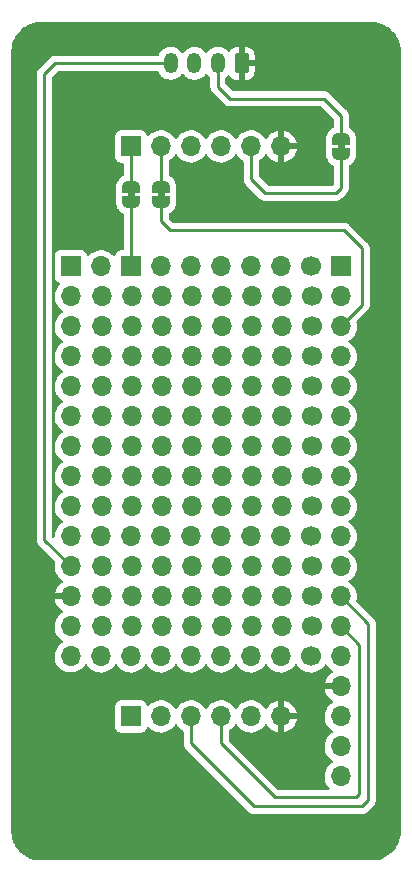
<source format=gbr>
%TF.GenerationSoftware,KiCad,Pcbnew,(6.0.8)*%
%TF.CreationDate,2022-10-15T13:13:38-04:00*%
%TF.ProjectId,firebeetle-shield,66697265-6265-4657-946c-652d73686965,v1*%
%TF.SameCoordinates,Original*%
%TF.FileFunction,Copper,L2,Bot*%
%TF.FilePolarity,Positive*%
%FSLAX46Y46*%
G04 Gerber Fmt 4.6, Leading zero omitted, Abs format (unit mm)*
G04 Created by KiCad (PCBNEW (6.0.8)) date 2022-10-15 13:13:38*
%MOMM*%
%LPD*%
G01*
G04 APERTURE LIST*
G04 Aperture macros list*
%AMRoundRect*
0 Rectangle with rounded corners*
0 $1 Rounding radius*
0 $2 $3 $4 $5 $6 $7 $8 $9 X,Y pos of 4 corners*
0 Add a 4 corners polygon primitive as box body*
4,1,4,$2,$3,$4,$5,$6,$7,$8,$9,$2,$3,0*
0 Add four circle primitives for the rounded corners*
1,1,$1+$1,$2,$3*
1,1,$1+$1,$4,$5*
1,1,$1+$1,$6,$7*
1,1,$1+$1,$8,$9*
0 Add four rect primitives between the rounded corners*
20,1,$1+$1,$2,$3,$4,$5,0*
20,1,$1+$1,$4,$5,$6,$7,0*
20,1,$1+$1,$6,$7,$8,$9,0*
20,1,$1+$1,$8,$9,$2,$3,0*%
%AMFreePoly0*
4,1,22,0.500000,-0.750000,0.000000,-0.750000,0.000000,-0.745033,-0.079941,-0.743568,-0.215256,-0.701293,-0.333266,-0.622738,-0.424486,-0.514219,-0.481581,-0.384460,-0.499164,-0.250000,-0.500000,-0.250000,-0.500000,0.250000,-0.499164,0.250000,-0.499963,0.256109,-0.478152,0.396186,-0.417904,0.524511,-0.324060,0.630769,-0.204165,0.706417,-0.067858,0.745374,0.000000,0.744959,0.000000,0.750000,
0.500000,0.750000,0.500000,-0.750000,0.500000,-0.750000,$1*%
%AMFreePoly1*
4,1,20,0.000000,0.744959,0.073905,0.744508,0.209726,0.703889,0.328688,0.626782,0.421226,0.519385,0.479903,0.390333,0.500000,0.250000,0.500000,-0.250000,0.499851,-0.262216,0.476331,-0.402017,0.414519,-0.529596,0.319384,-0.634700,0.198574,-0.708877,0.061801,-0.746166,0.000000,-0.745033,0.000000,-0.750000,-0.500000,-0.750000,-0.500000,0.750000,0.000000,0.750000,0.000000,0.744959,
0.000000,0.744959,$1*%
G04 Aperture macros list end*
%TA.AperFunction,ComponentPad*%
%ADD10C,1.700000*%
%TD*%
%TA.AperFunction,ComponentPad*%
%ADD11O,1.700000X1.700000*%
%TD*%
%TA.AperFunction,ComponentPad*%
%ADD12R,1.700000X1.700000*%
%TD*%
%TA.AperFunction,ComponentPad*%
%ADD13RoundRect,0.250000X0.350000X0.625000X-0.350000X0.625000X-0.350000X-0.625000X0.350000X-0.625000X0*%
%TD*%
%TA.AperFunction,ComponentPad*%
%ADD14O,1.200000X1.750000*%
%TD*%
%TA.AperFunction,SMDPad,CuDef*%
%ADD15FreePoly0,270.000000*%
%TD*%
%TA.AperFunction,SMDPad,CuDef*%
%ADD16FreePoly1,270.000000*%
%TD*%
%TA.AperFunction,SMDPad,CuDef*%
%ADD17FreePoly0,90.000000*%
%TD*%
%TA.AperFunction,SMDPad,CuDef*%
%ADD18FreePoly1,90.000000*%
%TD*%
%TA.AperFunction,ViaPad*%
%ADD19C,0.800000*%
%TD*%
%TA.AperFunction,Conductor*%
%ADD20C,0.250000*%
%TD*%
G04 APERTURE END LIST*
%TO.C,JP2*%
G36*
X111490000Y-115354000D02*
G01*
X110890000Y-115354000D01*
X110890000Y-114854000D01*
X111490000Y-114854000D01*
X111490000Y-115354000D01*
G37*
%TO.C,JP3*%
G36*
X126730000Y-111290000D02*
G01*
X126130000Y-111290000D01*
X126130000Y-110790000D01*
X126730000Y-110790000D01*
X126730000Y-111290000D01*
G37*
%TO.C,JP1*%
G36*
X108950000Y-115354000D02*
G01*
X108350000Y-115354000D01*
X108350000Y-114854000D01*
X108950000Y-114854000D01*
X108950000Y-115354000D01*
G37*
%TD*%
D10*
%TO.P,REF\u002A\u002A,1*%
%TO.N,N/C*%
X123948658Y-151680000D03*
X123948658Y-146528857D03*
X123890000Y-144060000D03*
X123948658Y-149140000D03*
X123930908Y-141520000D03*
X123930908Y-131315969D03*
X123930908Y-126280000D03*
X123930908Y-123731678D03*
X123930908Y-133864291D03*
X123890000Y-154220000D03*
X123890000Y-121200000D03*
X123930908Y-128820000D03*
X123930908Y-136440000D03*
X123930908Y-138980000D03*
D11*
%TO.P,REF\u002A\u002A,2*%
X121390908Y-126280000D03*
X121390908Y-131315969D03*
X121350000Y-144060000D03*
X121390908Y-138980000D03*
X121408658Y-149140000D03*
X121390908Y-136440000D03*
X121390908Y-141520000D03*
X121390908Y-123731678D03*
X121408658Y-146528857D03*
X121390908Y-128820000D03*
X121350000Y-154220000D03*
X121390908Y-133864291D03*
X121350000Y-121200000D03*
X121408658Y-151680000D03*
%TO.P,REF\u002A\u002A,3*%
X118850908Y-138980000D03*
X118850908Y-128820000D03*
X118850908Y-131315969D03*
X118868658Y-146528857D03*
X118868658Y-149140000D03*
X118850908Y-133864291D03*
X118868658Y-151680000D03*
X118810000Y-144060000D03*
X118810000Y-121200000D03*
X118850908Y-141520000D03*
X118850908Y-136440000D03*
X118850908Y-126280000D03*
X118850908Y-123731678D03*
X118810000Y-154220000D03*
%TO.P,REF\u002A\u002A,4*%
X116270000Y-154220000D03*
X116328658Y-149140000D03*
X116328658Y-151680000D03*
X116270000Y-144060000D03*
X116310908Y-141520000D03*
X116310908Y-126280000D03*
X116310908Y-136440000D03*
X116328658Y-146528857D03*
X116270000Y-121200000D03*
X116310908Y-131315969D03*
X116310908Y-133864291D03*
X116310908Y-138980000D03*
X116310908Y-128820000D03*
X116310908Y-123731678D03*
%TO.P,REF\u002A\u002A,5*%
X113770908Y-138980000D03*
X113770908Y-126280000D03*
X113788658Y-146528857D03*
X113730000Y-154220000D03*
X113730000Y-144060000D03*
X113730000Y-121200000D03*
X113770908Y-141520000D03*
X113770908Y-133864291D03*
X113770908Y-128820000D03*
X113770908Y-136440000D03*
X113788658Y-151680000D03*
X113770908Y-131315969D03*
X113770908Y-123731678D03*
X113788658Y-149140000D03*
%TO.P,REF\u002A\u002A,6*%
X111230908Y-141520000D03*
X111230908Y-123731678D03*
X111230908Y-138980000D03*
X111248658Y-151680000D03*
X111230908Y-136440000D03*
X111230908Y-131315969D03*
X111248658Y-146528857D03*
X111230908Y-133864291D03*
X111190000Y-144060000D03*
X111248658Y-149140000D03*
X111230908Y-126280000D03*
X111190000Y-154220000D03*
X111190000Y-121200000D03*
X111230908Y-128820000D03*
%TO.P,REF\u002A\u002A,7*%
X108690908Y-126280000D03*
X108690908Y-128820000D03*
D12*
%TO.N,32K*%
X108650000Y-121200000D03*
D11*
%TO.N,N/C*%
X108708658Y-149140000D03*
X108650000Y-154220000D03*
X108690908Y-138980000D03*
X108690908Y-136440000D03*
X108708658Y-146528857D03*
X108690908Y-141520000D03*
X108708658Y-151680000D03*
X108690908Y-131315969D03*
X108650000Y-144060000D03*
X108690908Y-133864291D03*
X108690908Y-123731678D03*
%TO.P,REF\u002A\u002A,8*%
X106150908Y-141520000D03*
X106110000Y-144060000D03*
X106150908Y-126280000D03*
X106150908Y-128820000D03*
X106168658Y-146528857D03*
X106110000Y-154220000D03*
X106150908Y-136440000D03*
X106150908Y-138980000D03*
X106150908Y-131315969D03*
X106150908Y-133864291D03*
X106168658Y-151680000D03*
X106150908Y-123731678D03*
X106168658Y-149140000D03*
X106110000Y-121200000D03*
%TD*%
D12*
%TO.P,J2,1,Pin_1*%
%TO.N,Net-(J2-Pad1)*%
X108650000Y-111040000D03*
D11*
%TO.P,J2,2,Pin_2*%
%TO.N,Net-(J2-Pad2)*%
X111190000Y-111040000D03*
%TO.P,J2,3,Pin_3*%
%TO.N,SCL*%
X113730000Y-111040000D03*
%TO.P,J2,4,Pin_4*%
%TO.N,SDA*%
X116270000Y-111040000D03*
%TO.P,J2,5,Pin_5*%
%TO.N,Net-(J2-Pad5)*%
X118810000Y-111040000D03*
%TO.P,J2,6,Pin_6*%
%TO.N,GND*%
X121350000Y-111040000D03*
%TD*%
D13*
%TO.P,J3,1,Pin_1*%
%TO.N,GND*%
X118000000Y-104000000D03*
D14*
%TO.P,J3,2,Pin_2*%
%TO.N,3V3*%
X116000000Y-104000000D03*
%TO.P,J3,3,Pin_3*%
%TO.N,SDA*%
X114000000Y-104000000D03*
%TO.P,J3,4,Pin_4*%
%TO.N,SCL*%
X112000000Y-104000000D03*
%TD*%
D12*
%TO.P,J4,1,Pin_1*%
%TO.N,3V3*%
X108650000Y-159300000D03*
D11*
%TO.P,J4,2,Pin_2*%
%TO.N,CS*%
X111190000Y-159300000D03*
%TO.P,J4,3,Pin_3*%
%TO.N,MOSI*%
X113730000Y-159300000D03*
%TO.P,J4,4,Pin_4*%
%TO.N,SCK*%
X116270000Y-159300000D03*
%TO.P,J4,5,Pin_5*%
%TO.N,MISO*%
X118810000Y-159300000D03*
%TO.P,J4,6,Pin_6*%
%TO.N,GND*%
X121350000Y-159300000D03*
%TD*%
D12*
%TO.P,J5,1,RX*%
%TO.N,unconnected-(J5-Pad1)*%
X126405000Y-121190000D03*
D11*
%TO.P,J5,2,TX*%
%TO.N,unconnected-(J5-Pad2)*%
X126405000Y-123730000D03*
%TO.P,J5,3,D2*%
%TO.N,SQW*%
X126405000Y-126270000D03*
%TO.P,J5,4,D3*%
%TO.N,unconnected-(J5-Pad4)*%
X126405000Y-128810000D03*
%TO.P,J5,5,D5*%
%TO.N,unconnected-(J5-Pad5)*%
X126405000Y-131350000D03*
%TO.P,J5,6,D6*%
%TO.N,unconnected-(J5-Pad6)*%
X126405000Y-133890000D03*
%TO.P,J5,7,D7*%
%TO.N,unconnected-(J5-Pad7)*%
X126405000Y-136430000D03*
%TO.P,J5,8,D9*%
%TO.N,CS*%
X126405000Y-138970000D03*
%TO.P,J5,9,SDA*%
%TO.N,unconnected-(J5-Pad9)*%
X126405000Y-141510000D03*
%TO.P,J5,10,SCL*%
%TO.N,unconnected-(J5-Pad10)*%
X126405000Y-144050000D03*
%TO.P,J5,11,MISO*%
%TO.N,MISO*%
X126405000Y-146590000D03*
%TO.P,J5,12,MOSI*%
%TO.N,MOSI*%
X126405000Y-149130000D03*
%TO.P,J5,13,SCK*%
%TO.N,SCK*%
X126405000Y-151670000D03*
%TO.P,J5,14,EN*%
%TO.N,unconnected-(J5-Pad14)*%
X126405000Y-154210000D03*
%TO.P,J5,15,GND*%
%TO.N,GND*%
X126405000Y-156750000D03*
%TO.P,J5,16,NC*%
%TO.N,unconnected-(J5-Pad16)*%
X126405000Y-159290000D03*
%TO.P,J5,17,3V3*%
%TO.N,unconnected-(J5-Pad17)*%
X126405000Y-161830000D03*
%TO.P,J5,18,RST*%
%TO.N,unconnected-(J5-Pad18)*%
X126405000Y-164370000D03*
%TD*%
D15*
%TO.P,JP2,1,A*%
%TO.N,Net-(J2-Pad2)*%
X111190000Y-114454000D03*
D16*
%TO.P,JP2,2,B*%
%TO.N,SQW*%
X111190000Y-115754000D03*
%TD*%
D17*
%TO.P,JP3,1,A*%
%TO.N,Net-(J2-Pad5)*%
X126430000Y-111690000D03*
D18*
%TO.P,JP3,2,B*%
%TO.N,3V3*%
X126430000Y-110390000D03*
%TD*%
D12*
%TO.P,J1,1,D10*%
%TO.N,unconnected-(J1-Pad1)*%
X103545000Y-121190000D03*
D11*
%TO.P,J1,2,D11*%
%TO.N,unconnected-(J1-Pad2)*%
X103545000Y-123730000D03*
%TO.P,J1,3,D12*%
%TO.N,unconnected-(J1-Pad3)*%
X103545000Y-126270000D03*
%TO.P,J1,4,D13*%
%TO.N,unconnected-(J1-Pad4)*%
X103545000Y-128810000D03*
%TO.P,J1,5,A0*%
%TO.N,unconnected-(J1-Pad5)*%
X103545000Y-131350000D03*
%TO.P,J1,6,A1*%
%TO.N,unconnected-(J1-Pad6)*%
X103545000Y-133890000D03*
%TO.P,J1,7,A2*%
%TO.N,unconnected-(J1-Pad7)*%
X103545000Y-136430000D03*
%TO.P,J1,8,A3*%
%TO.N,unconnected-(J1-Pad8)*%
X103545000Y-138970000D03*
%TO.P,J1,9,A4*%
%TO.N,unconnected-(J1-Pad9)*%
X103545000Y-141510000D03*
%TO.P,J1,10,SDA*%
%TO.N,SDA*%
X103545000Y-144050000D03*
%TO.P,J1,11,SCL*%
%TO.N,SCL*%
X103545000Y-146590000D03*
%TO.P,J1,12,GND*%
%TO.N,GND*%
X103545000Y-149130000D03*
%TO.P,J1,13,3V3*%
%TO.N,3V3*%
X103545000Y-151670000D03*
%TO.P,J1,14,VCC*%
%TO.N,VCC*%
X103545000Y-154210000D03*
%TD*%
D15*
%TO.P,JP1,1,A*%
%TO.N,Net-(J2-Pad1)*%
X108650000Y-114454000D03*
D16*
%TO.P,JP1,2,B*%
%TO.N,32K*%
X108650000Y-115754000D03*
%TD*%
D19*
%TO.N,GND*%
X115000000Y-156506000D03*
X103824000Y-111040000D03*
X129478000Y-111040000D03*
%TD*%
D20*
%TO.N,SCL*%
X102228000Y-104000000D02*
X112000000Y-104000000D01*
X101284000Y-104944000D02*
X102228000Y-104000000D01*
X101284000Y-144329000D02*
X101284000Y-104944000D01*
X103545000Y-146590000D02*
X101284000Y-144329000D01*
%TO.N,32K*%
X108650000Y-115754000D02*
X108650000Y-121200000D01*
%TO.N,MOSI*%
X128716000Y-151441000D02*
X128716000Y-166412000D01*
X119064000Y-166920000D02*
X113730000Y-161586000D01*
X128716000Y-166412000D02*
X128208000Y-166920000D01*
X113730000Y-161586000D02*
X113730000Y-159300000D01*
X128208000Y-166920000D02*
X119064000Y-166920000D01*
X126405000Y-149130000D02*
X128716000Y-151441000D01*
%TO.N,3V3*%
X117000000Y-107000000D02*
X125000000Y-107000000D01*
X125000000Y-107000000D02*
X126430000Y-108430000D01*
X126430000Y-108430000D02*
X126430000Y-110390000D01*
X116000000Y-104000000D02*
X116000000Y-106000000D01*
X116000000Y-106000000D02*
X117000000Y-107000000D01*
%TO.N,Net-(J2-Pad1)*%
X108650000Y-111040000D02*
X108650000Y-114454000D01*
%TO.N,SCK*%
X127954000Y-153219000D02*
X126405000Y-151670000D01*
X127954000Y-165904000D02*
X127954000Y-153219000D01*
X120842000Y-166158000D02*
X127700000Y-166158000D01*
X116270000Y-159300000D02*
X116270000Y-161586000D01*
X116270000Y-161586000D02*
X120842000Y-166158000D01*
X127700000Y-166158000D02*
X127954000Y-165904000D01*
%TO.N,Net-(J2-Pad5)*%
X126430000Y-111690000D02*
X126430000Y-114570000D01*
X118810000Y-113810000D02*
X118810000Y-111040000D01*
X120000000Y-115000000D02*
X118810000Y-113810000D01*
X126000000Y-115000000D02*
X120000000Y-115000000D01*
X126430000Y-114570000D02*
X126000000Y-115000000D01*
%TO.N,Net-(J2-Pad2)*%
X111190000Y-111040000D02*
X111190000Y-114454000D01*
%TO.N,SQW*%
X128208000Y-119676000D02*
X128208000Y-124467000D01*
X128208000Y-124467000D02*
X126405000Y-126270000D01*
X111952000Y-118152000D02*
X126684000Y-118152000D01*
X111190000Y-115754000D02*
X111190000Y-117390000D01*
X111190000Y-117390000D02*
X111952000Y-118152000D01*
X126684000Y-118152000D02*
X128208000Y-119676000D01*
%TD*%
%TA.AperFunction,Conductor*%
%TO.N,GND*%
G36*
X128970018Y-100510000D02*
G01*
X128984851Y-100512310D01*
X128984855Y-100512310D01*
X128993724Y-100513691D01*
X129010923Y-100511442D01*
X129034863Y-100510609D01*
X129292710Y-100526206D01*
X129307814Y-100528040D01*
X129379786Y-100541229D01*
X129588760Y-100579525D01*
X129603526Y-100583164D01*
X129876231Y-100668142D01*
X129890445Y-100673534D01*
X130108223Y-100771547D01*
X130150906Y-100790757D01*
X130164379Y-100797828D01*
X130408813Y-100945595D01*
X130421334Y-100954238D01*
X130646171Y-101130385D01*
X130657560Y-101140475D01*
X130859525Y-101342440D01*
X130869615Y-101353829D01*
X131045762Y-101578666D01*
X131054405Y-101591187D01*
X131202172Y-101835621D01*
X131209242Y-101849092D01*
X131326466Y-102109555D01*
X131331859Y-102123773D01*
X131416836Y-102396473D01*
X131420477Y-102411246D01*
X131471960Y-102692186D01*
X131473794Y-102707290D01*
X131488953Y-102957904D01*
X131487692Y-102984716D01*
X131487690Y-102984852D01*
X131486309Y-102993724D01*
X131487473Y-103002626D01*
X131487473Y-103002628D01*
X131490436Y-103025283D01*
X131491500Y-103041621D01*
X131491500Y-168950633D01*
X131490000Y-168970018D01*
X131487690Y-168984851D01*
X131487690Y-168984855D01*
X131486309Y-168993724D01*
X131488558Y-169010919D01*
X131489391Y-169034863D01*
X131473794Y-169292710D01*
X131471960Y-169307814D01*
X131420477Y-169588754D01*
X131416836Y-169603527D01*
X131331859Y-169876227D01*
X131326466Y-169890445D01*
X131209243Y-170150906D01*
X131202172Y-170164379D01*
X131054405Y-170408813D01*
X131045762Y-170421334D01*
X130869615Y-170646171D01*
X130859525Y-170657560D01*
X130657560Y-170859525D01*
X130646171Y-170869615D01*
X130421334Y-171045762D01*
X130408813Y-171054405D01*
X130164379Y-171202172D01*
X130150908Y-171209242D01*
X129890445Y-171326466D01*
X129876231Y-171331858D01*
X129603527Y-171416836D01*
X129588760Y-171420475D01*
X129379786Y-171458771D01*
X129307814Y-171471960D01*
X129292710Y-171473794D01*
X129042096Y-171488953D01*
X129015284Y-171487692D01*
X129015148Y-171487690D01*
X129006276Y-171486309D01*
X128997374Y-171487473D01*
X128997372Y-171487473D01*
X128982707Y-171489391D01*
X128974714Y-171490436D01*
X128958379Y-171491500D01*
X101049367Y-171491500D01*
X101029982Y-171490000D01*
X101015149Y-171487690D01*
X101015145Y-171487690D01*
X101006276Y-171486309D01*
X100989077Y-171488558D01*
X100965137Y-171489391D01*
X100707290Y-171473794D01*
X100692186Y-171471960D01*
X100620214Y-171458771D01*
X100411240Y-171420475D01*
X100396473Y-171416836D01*
X100123769Y-171331858D01*
X100109555Y-171326466D01*
X99849092Y-171209242D01*
X99835621Y-171202172D01*
X99591187Y-171054405D01*
X99578666Y-171045762D01*
X99353829Y-170869615D01*
X99342440Y-170859525D01*
X99140475Y-170657560D01*
X99130385Y-170646171D01*
X98954238Y-170421334D01*
X98945595Y-170408813D01*
X98797828Y-170164379D01*
X98790757Y-170150906D01*
X98673534Y-169890445D01*
X98668141Y-169876227D01*
X98583164Y-169603527D01*
X98579523Y-169588754D01*
X98528040Y-169307814D01*
X98526206Y-169292710D01*
X98511269Y-169045768D01*
X98512520Y-169022216D01*
X98512334Y-169022199D01*
X98512769Y-169017350D01*
X98513576Y-169012552D01*
X98513729Y-169000000D01*
X98509773Y-168972376D01*
X98508500Y-168954514D01*
X98508500Y-104923943D01*
X100645780Y-104923943D01*
X100646526Y-104931835D01*
X100649941Y-104967961D01*
X100650500Y-104979819D01*
X100650500Y-144250233D01*
X100649973Y-144261416D01*
X100648298Y-144268909D01*
X100648547Y-144276835D01*
X100648547Y-144276836D01*
X100650438Y-144336986D01*
X100650500Y-144340945D01*
X100650500Y-144368856D01*
X100650997Y-144372790D01*
X100650997Y-144372791D01*
X100651005Y-144372856D01*
X100651938Y-144384693D01*
X100653327Y-144428889D01*
X100658978Y-144448339D01*
X100662987Y-144467700D01*
X100665526Y-144487797D01*
X100668445Y-144495168D01*
X100668445Y-144495170D01*
X100681804Y-144528912D01*
X100685649Y-144540142D01*
X100697982Y-144582593D01*
X100702015Y-144589412D01*
X100702017Y-144589417D01*
X100708293Y-144600028D01*
X100716988Y-144617776D01*
X100724448Y-144636617D01*
X100729110Y-144643033D01*
X100729110Y-144643034D01*
X100750436Y-144672387D01*
X100756952Y-144682307D01*
X100766959Y-144699227D01*
X100779458Y-144720362D01*
X100793779Y-144734683D01*
X100806619Y-144749716D01*
X100818528Y-144766107D01*
X100837032Y-144781415D01*
X100852605Y-144794298D01*
X100861384Y-144802288D01*
X102194777Y-146135682D01*
X102228803Y-146197994D01*
X102227100Y-146258446D01*
X102205989Y-146334570D01*
X102182251Y-146556695D01*
X102182548Y-146561848D01*
X102182548Y-146561851D01*
X102188011Y-146656590D01*
X102195110Y-146779715D01*
X102196247Y-146784761D01*
X102196248Y-146784767D01*
X102216119Y-146872939D01*
X102244222Y-146997639D01*
X102282461Y-147091811D01*
X102306491Y-147150989D01*
X102328266Y-147204616D01*
X102347407Y-147235851D01*
X102442291Y-147390688D01*
X102444987Y-147395088D01*
X102591250Y-147563938D01*
X102763126Y-147706632D01*
X102796199Y-147725958D01*
X102836955Y-147749774D01*
X102885679Y-147801412D01*
X102898750Y-147871195D01*
X102872019Y-147936967D01*
X102831562Y-147970327D01*
X102823457Y-147974546D01*
X102814738Y-147980036D01*
X102644433Y-148107905D01*
X102636726Y-148114748D01*
X102489590Y-148268717D01*
X102483104Y-148276727D01*
X102363098Y-148452649D01*
X102358000Y-148461623D01*
X102268338Y-148654783D01*
X102264775Y-148664470D01*
X102209389Y-148864183D01*
X102210912Y-148872607D01*
X102223292Y-148876000D01*
X103673000Y-148876000D01*
X103741121Y-148896002D01*
X103787614Y-148949658D01*
X103799000Y-149002000D01*
X103799000Y-149258000D01*
X103778998Y-149326121D01*
X103725342Y-149372614D01*
X103673000Y-149384000D01*
X102228225Y-149384000D01*
X102214694Y-149387973D01*
X102213257Y-149397966D01*
X102243565Y-149532446D01*
X102246645Y-149542275D01*
X102326770Y-149739603D01*
X102331413Y-149748794D01*
X102442694Y-149930388D01*
X102448777Y-149938699D01*
X102588213Y-150099667D01*
X102595580Y-150106883D01*
X102759434Y-150242916D01*
X102767881Y-150248831D01*
X102836969Y-150289203D01*
X102885693Y-150340842D01*
X102898764Y-150410625D01*
X102872033Y-150476396D01*
X102831584Y-150509752D01*
X102818607Y-150516507D01*
X102814474Y-150519610D01*
X102814471Y-150519612D01*
X102644100Y-150647530D01*
X102639965Y-150650635D01*
X102485629Y-150812138D01*
X102482715Y-150816410D01*
X102482714Y-150816411D01*
X102470404Y-150834457D01*
X102359743Y-150996680D01*
X102335161Y-151049638D01*
X102269355Y-151191406D01*
X102265688Y-151199305D01*
X102205989Y-151414570D01*
X102182251Y-151636695D01*
X102182548Y-151641848D01*
X102182548Y-151641851D01*
X102194812Y-151854547D01*
X102195110Y-151859715D01*
X102196247Y-151864761D01*
X102196248Y-151864767D01*
X102216119Y-151952939D01*
X102244222Y-152077639D01*
X102328266Y-152284616D01*
X102444987Y-152475088D01*
X102591250Y-152643938D01*
X102763126Y-152786632D01*
X102780239Y-152796632D01*
X102836445Y-152829476D01*
X102885169Y-152881114D01*
X102898240Y-152950897D01*
X102871509Y-153016669D01*
X102831055Y-153050027D01*
X102818607Y-153056507D01*
X102814474Y-153059610D01*
X102814471Y-153059612D01*
X102644100Y-153187530D01*
X102639965Y-153190635D01*
X102485629Y-153352138D01*
X102482718Y-153356406D01*
X102482714Y-153356411D01*
X102470404Y-153374457D01*
X102359743Y-153536680D01*
X102341566Y-153575840D01*
X102269355Y-153731406D01*
X102265688Y-153739305D01*
X102205989Y-153954570D01*
X102182251Y-154176695D01*
X102195110Y-154399715D01*
X102196247Y-154404761D01*
X102196248Y-154404767D01*
X102220304Y-154511508D01*
X102244222Y-154617639D01*
X102328266Y-154824616D01*
X102375309Y-154901384D01*
X102442291Y-155010688D01*
X102444987Y-155015088D01*
X102591250Y-155183938D01*
X102763126Y-155326632D01*
X102956000Y-155439338D01*
X102960825Y-155441180D01*
X102960826Y-155441181D01*
X103033612Y-155468975D01*
X103164692Y-155519030D01*
X103169760Y-155520061D01*
X103169763Y-155520062D01*
X103277017Y-155541883D01*
X103383597Y-155563567D01*
X103388772Y-155563757D01*
X103388774Y-155563757D01*
X103601673Y-155571564D01*
X103601677Y-155571564D01*
X103606837Y-155571753D01*
X103611957Y-155571097D01*
X103611959Y-155571097D01*
X103823288Y-155544025D01*
X103823289Y-155544025D01*
X103828416Y-155543368D01*
X103876207Y-155529030D01*
X104037429Y-155480661D01*
X104037434Y-155480659D01*
X104042384Y-155479174D01*
X104242994Y-155380896D01*
X104424860Y-155251173D01*
X104583096Y-155093489D01*
X104642594Y-155010689D01*
X104710435Y-154916277D01*
X104713453Y-154912077D01*
X104715746Y-154907438D01*
X104718405Y-154903012D01*
X104720421Y-154904223D01*
X104761835Y-154859227D01*
X104830525Y-154841276D01*
X104898015Y-154863311D01*
X104934181Y-154901384D01*
X104943403Y-154916433D01*
X105009987Y-155025088D01*
X105156250Y-155193938D01*
X105328126Y-155336632D01*
X105521000Y-155449338D01*
X105729692Y-155529030D01*
X105734760Y-155530061D01*
X105734763Y-155530062D01*
X105800165Y-155543368D01*
X105948597Y-155573567D01*
X105953772Y-155573757D01*
X105953774Y-155573757D01*
X106166673Y-155581564D01*
X106166677Y-155581564D01*
X106171837Y-155581753D01*
X106176957Y-155581097D01*
X106176959Y-155581097D01*
X106388288Y-155554025D01*
X106388289Y-155554025D01*
X106393416Y-155553368D01*
X106424558Y-155544025D01*
X106602429Y-155490661D01*
X106602434Y-155490659D01*
X106607384Y-155489174D01*
X106807994Y-155390896D01*
X106989860Y-155261173D01*
X107148096Y-155103489D01*
X107152661Y-155097137D01*
X107278453Y-154922077D01*
X107279776Y-154923028D01*
X107326645Y-154879857D01*
X107396580Y-154867625D01*
X107462026Y-154895144D01*
X107489875Y-154926994D01*
X107549987Y-155025088D01*
X107696250Y-155193938D01*
X107868126Y-155336632D01*
X108061000Y-155449338D01*
X108269692Y-155529030D01*
X108274760Y-155530061D01*
X108274763Y-155530062D01*
X108340165Y-155543368D01*
X108488597Y-155573567D01*
X108493772Y-155573757D01*
X108493774Y-155573757D01*
X108706673Y-155581564D01*
X108706677Y-155581564D01*
X108711837Y-155581753D01*
X108716957Y-155581097D01*
X108716959Y-155581097D01*
X108928288Y-155554025D01*
X108928289Y-155554025D01*
X108933416Y-155553368D01*
X108964558Y-155544025D01*
X109142429Y-155490661D01*
X109142434Y-155490659D01*
X109147384Y-155489174D01*
X109347994Y-155390896D01*
X109529860Y-155261173D01*
X109688096Y-155103489D01*
X109692661Y-155097137D01*
X109818453Y-154922077D01*
X109819776Y-154923028D01*
X109866645Y-154879857D01*
X109936580Y-154867625D01*
X110002026Y-154895144D01*
X110029875Y-154926994D01*
X110089987Y-155025088D01*
X110236250Y-155193938D01*
X110408126Y-155336632D01*
X110601000Y-155449338D01*
X110809692Y-155529030D01*
X110814760Y-155530061D01*
X110814763Y-155530062D01*
X110880165Y-155543368D01*
X111028597Y-155573567D01*
X111033772Y-155573757D01*
X111033774Y-155573757D01*
X111246673Y-155581564D01*
X111246677Y-155581564D01*
X111251837Y-155581753D01*
X111256957Y-155581097D01*
X111256959Y-155581097D01*
X111468288Y-155554025D01*
X111468289Y-155554025D01*
X111473416Y-155553368D01*
X111504558Y-155544025D01*
X111682429Y-155490661D01*
X111682434Y-155490659D01*
X111687384Y-155489174D01*
X111887994Y-155390896D01*
X112069860Y-155261173D01*
X112228096Y-155103489D01*
X112232661Y-155097137D01*
X112358453Y-154922077D01*
X112359776Y-154923028D01*
X112406645Y-154879857D01*
X112476580Y-154867625D01*
X112542026Y-154895144D01*
X112569875Y-154926994D01*
X112629987Y-155025088D01*
X112776250Y-155193938D01*
X112948126Y-155336632D01*
X113141000Y-155449338D01*
X113349692Y-155529030D01*
X113354760Y-155530061D01*
X113354763Y-155530062D01*
X113420165Y-155543368D01*
X113568597Y-155573567D01*
X113573772Y-155573757D01*
X113573774Y-155573757D01*
X113786673Y-155581564D01*
X113786677Y-155581564D01*
X113791837Y-155581753D01*
X113796957Y-155581097D01*
X113796959Y-155581097D01*
X114008288Y-155554025D01*
X114008289Y-155554025D01*
X114013416Y-155553368D01*
X114044558Y-155544025D01*
X114222429Y-155490661D01*
X114222434Y-155490659D01*
X114227384Y-155489174D01*
X114427994Y-155390896D01*
X114609860Y-155261173D01*
X114768096Y-155103489D01*
X114772661Y-155097137D01*
X114898453Y-154922077D01*
X114899776Y-154923028D01*
X114946645Y-154879857D01*
X115016580Y-154867625D01*
X115082026Y-154895144D01*
X115109875Y-154926994D01*
X115169987Y-155025088D01*
X115316250Y-155193938D01*
X115488126Y-155336632D01*
X115681000Y-155449338D01*
X115889692Y-155529030D01*
X115894760Y-155530061D01*
X115894763Y-155530062D01*
X115960165Y-155543368D01*
X116108597Y-155573567D01*
X116113772Y-155573757D01*
X116113774Y-155573757D01*
X116326673Y-155581564D01*
X116326677Y-155581564D01*
X116331837Y-155581753D01*
X116336957Y-155581097D01*
X116336959Y-155581097D01*
X116548288Y-155554025D01*
X116548289Y-155554025D01*
X116553416Y-155553368D01*
X116584558Y-155544025D01*
X116762429Y-155490661D01*
X116762434Y-155490659D01*
X116767384Y-155489174D01*
X116967994Y-155390896D01*
X117149860Y-155261173D01*
X117308096Y-155103489D01*
X117312661Y-155097137D01*
X117438453Y-154922077D01*
X117439776Y-154923028D01*
X117486645Y-154879857D01*
X117556580Y-154867625D01*
X117622026Y-154895144D01*
X117649875Y-154926994D01*
X117709987Y-155025088D01*
X117856250Y-155193938D01*
X118028126Y-155336632D01*
X118221000Y-155449338D01*
X118429692Y-155529030D01*
X118434760Y-155530061D01*
X118434763Y-155530062D01*
X118500165Y-155543368D01*
X118648597Y-155573567D01*
X118653772Y-155573757D01*
X118653774Y-155573757D01*
X118866673Y-155581564D01*
X118866677Y-155581564D01*
X118871837Y-155581753D01*
X118876957Y-155581097D01*
X118876959Y-155581097D01*
X119088288Y-155554025D01*
X119088289Y-155554025D01*
X119093416Y-155553368D01*
X119124558Y-155544025D01*
X119302429Y-155490661D01*
X119302434Y-155490659D01*
X119307384Y-155489174D01*
X119507994Y-155390896D01*
X119689860Y-155261173D01*
X119848096Y-155103489D01*
X119852661Y-155097137D01*
X119978453Y-154922077D01*
X119979776Y-154923028D01*
X120026645Y-154879857D01*
X120096580Y-154867625D01*
X120162026Y-154895144D01*
X120189875Y-154926994D01*
X120249987Y-155025088D01*
X120396250Y-155193938D01*
X120568126Y-155336632D01*
X120761000Y-155449338D01*
X120969692Y-155529030D01*
X120974760Y-155530061D01*
X120974763Y-155530062D01*
X121040165Y-155543368D01*
X121188597Y-155573567D01*
X121193772Y-155573757D01*
X121193774Y-155573757D01*
X121406673Y-155581564D01*
X121406677Y-155581564D01*
X121411837Y-155581753D01*
X121416957Y-155581097D01*
X121416959Y-155581097D01*
X121628288Y-155554025D01*
X121628289Y-155554025D01*
X121633416Y-155553368D01*
X121664558Y-155544025D01*
X121842429Y-155490661D01*
X121842434Y-155490659D01*
X121847384Y-155489174D01*
X122047994Y-155390896D01*
X122229860Y-155261173D01*
X122388096Y-155103489D01*
X122392661Y-155097137D01*
X122518453Y-154922077D01*
X122519776Y-154923028D01*
X122566645Y-154879857D01*
X122636580Y-154867625D01*
X122702026Y-154895144D01*
X122729875Y-154926994D01*
X122789987Y-155025088D01*
X122936250Y-155193938D01*
X123108126Y-155336632D01*
X123301000Y-155449338D01*
X123509692Y-155529030D01*
X123514760Y-155530061D01*
X123514763Y-155530062D01*
X123580165Y-155543368D01*
X123728597Y-155573567D01*
X123733772Y-155573757D01*
X123733774Y-155573757D01*
X123946673Y-155581564D01*
X123946677Y-155581564D01*
X123951837Y-155581753D01*
X123956957Y-155581097D01*
X123956959Y-155581097D01*
X124168288Y-155554025D01*
X124168289Y-155554025D01*
X124173416Y-155553368D01*
X124204558Y-155544025D01*
X124382429Y-155490661D01*
X124382434Y-155490659D01*
X124387384Y-155489174D01*
X124587994Y-155390896D01*
X124769860Y-155261173D01*
X124928096Y-155103489D01*
X124931112Y-155099292D01*
X125050084Y-154933724D01*
X125106079Y-154890076D01*
X125176782Y-154883630D01*
X125239747Y-154916433D01*
X125259840Y-154941415D01*
X125304987Y-155015088D01*
X125451250Y-155183938D01*
X125623126Y-155326632D01*
X125640239Y-155336632D01*
X125696955Y-155369774D01*
X125745679Y-155421412D01*
X125758750Y-155491195D01*
X125732019Y-155556967D01*
X125691562Y-155590327D01*
X125683457Y-155594546D01*
X125674738Y-155600036D01*
X125504433Y-155727905D01*
X125496726Y-155734748D01*
X125349590Y-155888717D01*
X125343104Y-155896727D01*
X125223098Y-156072649D01*
X125218000Y-156081623D01*
X125128338Y-156274783D01*
X125124775Y-156284470D01*
X125069389Y-156484183D01*
X125070912Y-156492607D01*
X125083292Y-156496000D01*
X126533000Y-156496000D01*
X126601121Y-156516002D01*
X126647614Y-156569658D01*
X126659000Y-156622000D01*
X126659000Y-156878000D01*
X126638998Y-156946121D01*
X126585342Y-156992614D01*
X126533000Y-157004000D01*
X125088225Y-157004000D01*
X125074694Y-157007973D01*
X125073257Y-157017966D01*
X125103565Y-157152446D01*
X125106645Y-157162275D01*
X125186770Y-157359603D01*
X125191413Y-157368794D01*
X125302694Y-157550388D01*
X125308777Y-157558699D01*
X125448213Y-157719667D01*
X125455580Y-157726883D01*
X125619434Y-157862916D01*
X125627881Y-157868831D01*
X125696969Y-157909203D01*
X125745693Y-157960842D01*
X125758764Y-158030625D01*
X125732033Y-158096396D01*
X125691584Y-158129752D01*
X125678607Y-158136507D01*
X125674474Y-158139610D01*
X125674471Y-158139612D01*
X125578455Y-158211703D01*
X125499965Y-158270635D01*
X125345629Y-158432138D01*
X125219743Y-158616680D01*
X125202769Y-158653247D01*
X125129355Y-158811406D01*
X125125688Y-158819305D01*
X125065989Y-159034570D01*
X125065440Y-159039707D01*
X125064456Y-159048913D01*
X125042251Y-159256695D01*
X125055110Y-159479715D01*
X125056247Y-159484761D01*
X125056248Y-159484767D01*
X125073173Y-159559865D01*
X125104222Y-159697639D01*
X125188266Y-159904616D01*
X125304987Y-160095088D01*
X125451250Y-160263938D01*
X125623126Y-160406632D01*
X125644706Y-160419242D01*
X125696445Y-160449476D01*
X125745169Y-160501114D01*
X125758240Y-160570897D01*
X125731509Y-160636669D01*
X125691055Y-160670027D01*
X125678607Y-160676507D01*
X125674474Y-160679610D01*
X125674471Y-160679612D01*
X125504100Y-160807530D01*
X125499965Y-160810635D01*
X125345629Y-160972138D01*
X125219743Y-161156680D01*
X125125688Y-161359305D01*
X125065989Y-161574570D01*
X125042251Y-161796695D01*
X125042548Y-161801848D01*
X125042548Y-161801851D01*
X125053494Y-161991683D01*
X125055110Y-162019715D01*
X125056247Y-162024761D01*
X125056248Y-162024767D01*
X125063079Y-162055077D01*
X125104222Y-162237639D01*
X125188266Y-162444616D01*
X125304987Y-162635088D01*
X125451250Y-162803938D01*
X125623126Y-162946632D01*
X125693595Y-162987811D01*
X125696445Y-162989476D01*
X125745169Y-163041114D01*
X125758240Y-163110897D01*
X125731509Y-163176669D01*
X125691055Y-163210027D01*
X125678607Y-163216507D01*
X125674474Y-163219610D01*
X125674471Y-163219612D01*
X125504100Y-163347530D01*
X125499965Y-163350635D01*
X125345629Y-163512138D01*
X125219743Y-163696680D01*
X125125688Y-163899305D01*
X125065989Y-164114570D01*
X125042251Y-164336695D01*
X125055110Y-164559715D01*
X125056247Y-164564761D01*
X125056248Y-164564767D01*
X125080304Y-164671508D01*
X125104222Y-164777639D01*
X125188266Y-164984616D01*
X125304987Y-165175088D01*
X125308367Y-165178990D01*
X125427051Y-165316002D01*
X125456534Y-165380588D01*
X125446419Y-165450860D01*
X125399918Y-165504509D01*
X125331814Y-165524500D01*
X121156595Y-165524500D01*
X121088474Y-165504498D01*
X121067500Y-165487595D01*
X116940405Y-161360500D01*
X116906379Y-161298188D01*
X116903500Y-161271405D01*
X116903500Y-160580427D01*
X116923502Y-160512306D01*
X116964618Y-160472550D01*
X116967994Y-160470896D01*
X117149860Y-160341173D01*
X117308096Y-160183489D01*
X117438453Y-160002077D01*
X117439776Y-160003028D01*
X117486645Y-159959857D01*
X117556580Y-159947625D01*
X117622026Y-159975144D01*
X117649875Y-160006994D01*
X117709987Y-160105088D01*
X117856250Y-160273938D01*
X118028126Y-160416632D01*
X118221000Y-160529338D01*
X118429692Y-160609030D01*
X118434760Y-160610061D01*
X118434763Y-160610062D01*
X118529862Y-160629410D01*
X118648597Y-160653567D01*
X118653772Y-160653757D01*
X118653774Y-160653757D01*
X118866673Y-160661564D01*
X118866677Y-160661564D01*
X118871837Y-160661753D01*
X118876957Y-160661097D01*
X118876959Y-160661097D01*
X119088288Y-160634025D01*
X119088289Y-160634025D01*
X119093416Y-160633368D01*
X119098366Y-160631883D01*
X119302429Y-160570661D01*
X119302434Y-160570659D01*
X119307384Y-160569174D01*
X119507994Y-160470896D01*
X119689860Y-160341173D01*
X119848096Y-160183489D01*
X119978453Y-160002077D01*
X119979640Y-160002930D01*
X120026960Y-159959362D01*
X120096897Y-159947145D01*
X120162338Y-159974678D01*
X120190166Y-160006511D01*
X120247694Y-160100388D01*
X120253777Y-160108699D01*
X120393213Y-160269667D01*
X120400580Y-160276883D01*
X120564434Y-160412916D01*
X120572881Y-160418831D01*
X120756756Y-160526279D01*
X120766042Y-160530729D01*
X120965001Y-160606703D01*
X120974899Y-160609579D01*
X121078250Y-160630606D01*
X121092299Y-160629410D01*
X121096000Y-160619065D01*
X121096000Y-160618517D01*
X121604000Y-160618517D01*
X121608064Y-160632359D01*
X121621478Y-160634393D01*
X121628184Y-160633534D01*
X121638262Y-160631392D01*
X121842255Y-160570191D01*
X121851842Y-160566433D01*
X122043095Y-160472739D01*
X122051945Y-160467464D01*
X122225328Y-160343792D01*
X122233200Y-160337139D01*
X122384052Y-160186812D01*
X122390730Y-160178965D01*
X122515003Y-160006020D01*
X122520313Y-159997183D01*
X122614670Y-159806267D01*
X122618469Y-159796672D01*
X122680377Y-159592910D01*
X122682555Y-159582837D01*
X122683986Y-159571962D01*
X122681775Y-159557778D01*
X122668617Y-159554000D01*
X121622115Y-159554000D01*
X121606876Y-159558475D01*
X121605671Y-159559865D01*
X121604000Y-159567548D01*
X121604000Y-160618517D01*
X121096000Y-160618517D01*
X121096000Y-159027885D01*
X121604000Y-159027885D01*
X121608475Y-159043124D01*
X121609865Y-159044329D01*
X121617548Y-159046000D01*
X122668344Y-159046000D01*
X122681875Y-159042027D01*
X122683180Y-159032947D01*
X122641214Y-158865875D01*
X122637894Y-158856124D01*
X122552972Y-158660814D01*
X122548105Y-158651739D01*
X122432426Y-158472926D01*
X122426136Y-158464757D01*
X122282806Y-158307240D01*
X122275273Y-158300215D01*
X122108139Y-158168222D01*
X122099552Y-158162517D01*
X121913117Y-158059599D01*
X121903705Y-158055369D01*
X121702959Y-157984280D01*
X121692988Y-157981646D01*
X121621837Y-157968972D01*
X121608540Y-157970432D01*
X121604000Y-157984989D01*
X121604000Y-159027885D01*
X121096000Y-159027885D01*
X121096000Y-157983102D01*
X121092082Y-157969758D01*
X121077806Y-157967771D01*
X121039324Y-157973660D01*
X121029288Y-157976051D01*
X120826868Y-158042212D01*
X120817359Y-158046209D01*
X120628463Y-158144542D01*
X120619738Y-158150036D01*
X120449433Y-158277905D01*
X120441726Y-158284748D01*
X120294590Y-158438717D01*
X120288109Y-158446722D01*
X120183498Y-158600074D01*
X120128587Y-158645076D01*
X120058062Y-158653247D01*
X119994315Y-158621993D01*
X119973618Y-158597509D01*
X119892822Y-158472617D01*
X119892820Y-158472614D01*
X119890014Y-158468277D01*
X119739670Y-158303051D01*
X119735619Y-158299852D01*
X119735615Y-158299848D01*
X119568414Y-158167800D01*
X119568410Y-158167798D01*
X119564359Y-158164598D01*
X119528028Y-158144542D01*
X119501239Y-158129754D01*
X119368789Y-158056638D01*
X119363920Y-158054914D01*
X119363916Y-158054912D01*
X119163087Y-157983795D01*
X119163083Y-157983794D01*
X119158212Y-157982069D01*
X119153119Y-157981162D01*
X119153116Y-157981161D01*
X118943373Y-157943800D01*
X118943367Y-157943799D01*
X118938284Y-157942894D01*
X118864452Y-157941992D01*
X118720081Y-157940228D01*
X118720079Y-157940228D01*
X118714911Y-157940165D01*
X118494091Y-157973955D01*
X118281756Y-158043357D01*
X118083607Y-158146507D01*
X118079474Y-158149610D01*
X118079471Y-158149612D01*
X117913305Y-158274373D01*
X117904965Y-158280635D01*
X117901393Y-158284373D01*
X117793729Y-158397037D01*
X117750629Y-158442138D01*
X117643201Y-158599621D01*
X117588293Y-158644621D01*
X117517768Y-158652792D01*
X117454021Y-158621538D01*
X117433324Y-158597054D01*
X117352822Y-158472617D01*
X117352820Y-158472614D01*
X117350014Y-158468277D01*
X117199670Y-158303051D01*
X117195619Y-158299852D01*
X117195615Y-158299848D01*
X117028414Y-158167800D01*
X117028410Y-158167798D01*
X117024359Y-158164598D01*
X116988028Y-158144542D01*
X116961239Y-158129754D01*
X116828789Y-158056638D01*
X116823920Y-158054914D01*
X116823916Y-158054912D01*
X116623087Y-157983795D01*
X116623083Y-157983794D01*
X116618212Y-157982069D01*
X116613119Y-157981162D01*
X116613116Y-157981161D01*
X116403373Y-157943800D01*
X116403367Y-157943799D01*
X116398284Y-157942894D01*
X116324452Y-157941992D01*
X116180081Y-157940228D01*
X116180079Y-157940228D01*
X116174911Y-157940165D01*
X115954091Y-157973955D01*
X115741756Y-158043357D01*
X115543607Y-158146507D01*
X115539474Y-158149610D01*
X115539471Y-158149612D01*
X115373305Y-158274373D01*
X115364965Y-158280635D01*
X115361393Y-158284373D01*
X115253729Y-158397037D01*
X115210629Y-158442138D01*
X115103201Y-158599621D01*
X115048293Y-158644621D01*
X114977768Y-158652792D01*
X114914021Y-158621538D01*
X114893324Y-158597054D01*
X114812822Y-158472617D01*
X114812820Y-158472614D01*
X114810014Y-158468277D01*
X114659670Y-158303051D01*
X114655619Y-158299852D01*
X114655615Y-158299848D01*
X114488414Y-158167800D01*
X114488410Y-158167798D01*
X114484359Y-158164598D01*
X114448028Y-158144542D01*
X114421239Y-158129754D01*
X114288789Y-158056638D01*
X114283920Y-158054914D01*
X114283916Y-158054912D01*
X114083087Y-157983795D01*
X114083083Y-157983794D01*
X114078212Y-157982069D01*
X114073119Y-157981162D01*
X114073116Y-157981161D01*
X113863373Y-157943800D01*
X113863367Y-157943799D01*
X113858284Y-157942894D01*
X113784452Y-157941992D01*
X113640081Y-157940228D01*
X113640079Y-157940228D01*
X113634911Y-157940165D01*
X113414091Y-157973955D01*
X113201756Y-158043357D01*
X113003607Y-158146507D01*
X112999474Y-158149610D01*
X112999471Y-158149612D01*
X112833305Y-158274373D01*
X112824965Y-158280635D01*
X112821393Y-158284373D01*
X112713729Y-158397037D01*
X112670629Y-158442138D01*
X112563201Y-158599621D01*
X112508293Y-158644621D01*
X112437768Y-158652792D01*
X112374021Y-158621538D01*
X112353324Y-158597054D01*
X112272822Y-158472617D01*
X112272820Y-158472614D01*
X112270014Y-158468277D01*
X112119670Y-158303051D01*
X112115619Y-158299852D01*
X112115615Y-158299848D01*
X111948414Y-158167800D01*
X111948410Y-158167798D01*
X111944359Y-158164598D01*
X111908028Y-158144542D01*
X111881239Y-158129754D01*
X111748789Y-158056638D01*
X111743920Y-158054914D01*
X111743916Y-158054912D01*
X111543087Y-157983795D01*
X111543083Y-157983794D01*
X111538212Y-157982069D01*
X111533119Y-157981162D01*
X111533116Y-157981161D01*
X111323373Y-157943800D01*
X111323367Y-157943799D01*
X111318284Y-157942894D01*
X111244452Y-157941992D01*
X111100081Y-157940228D01*
X111100079Y-157940228D01*
X111094911Y-157940165D01*
X110874091Y-157973955D01*
X110661756Y-158043357D01*
X110463607Y-158146507D01*
X110459474Y-158149610D01*
X110459471Y-158149612D01*
X110293305Y-158274373D01*
X110284965Y-158280635D01*
X110228537Y-158339684D01*
X110204283Y-158365064D01*
X110142759Y-158400494D01*
X110071846Y-158397037D01*
X110014060Y-158355791D01*
X109995207Y-158322243D01*
X109953767Y-158211703D01*
X109950615Y-158203295D01*
X109863261Y-158086739D01*
X109746705Y-157999385D01*
X109610316Y-157948255D01*
X109548134Y-157941500D01*
X107751866Y-157941500D01*
X107689684Y-157948255D01*
X107553295Y-157999385D01*
X107436739Y-158086739D01*
X107349385Y-158203295D01*
X107298255Y-158339684D01*
X107291500Y-158401866D01*
X107291500Y-160198134D01*
X107298255Y-160260316D01*
X107349385Y-160396705D01*
X107436739Y-160513261D01*
X107553295Y-160600615D01*
X107689684Y-160651745D01*
X107751866Y-160658500D01*
X109548134Y-160658500D01*
X109610316Y-160651745D01*
X109746705Y-160600615D01*
X109863261Y-160513261D01*
X109950615Y-160396705D01*
X109972799Y-160337529D01*
X109994598Y-160279382D01*
X110037240Y-160222618D01*
X110103802Y-160197918D01*
X110173150Y-160213126D01*
X110207817Y-160241114D01*
X110236250Y-160273938D01*
X110408126Y-160416632D01*
X110601000Y-160529338D01*
X110809692Y-160609030D01*
X110814760Y-160610061D01*
X110814763Y-160610062D01*
X110909862Y-160629410D01*
X111028597Y-160653567D01*
X111033772Y-160653757D01*
X111033774Y-160653757D01*
X111246673Y-160661564D01*
X111246677Y-160661564D01*
X111251837Y-160661753D01*
X111256957Y-160661097D01*
X111256959Y-160661097D01*
X111468288Y-160634025D01*
X111468289Y-160634025D01*
X111473416Y-160633368D01*
X111478366Y-160631883D01*
X111682429Y-160570661D01*
X111682434Y-160570659D01*
X111687384Y-160569174D01*
X111887994Y-160470896D01*
X112069860Y-160341173D01*
X112228096Y-160183489D01*
X112358453Y-160002077D01*
X112359776Y-160003028D01*
X112406645Y-159959857D01*
X112476580Y-159947625D01*
X112542026Y-159975144D01*
X112569875Y-160006994D01*
X112629987Y-160105088D01*
X112776250Y-160273938D01*
X112948126Y-160416632D01*
X113034070Y-160466853D01*
X113082794Y-160518491D01*
X113096500Y-160575641D01*
X113096500Y-161507233D01*
X113095973Y-161518416D01*
X113094298Y-161525909D01*
X113094547Y-161533835D01*
X113094547Y-161533836D01*
X113096438Y-161593986D01*
X113096500Y-161597945D01*
X113096500Y-161625856D01*
X113096997Y-161629790D01*
X113096997Y-161629791D01*
X113097005Y-161629856D01*
X113097938Y-161641693D01*
X113099327Y-161685889D01*
X113104978Y-161705339D01*
X113108987Y-161724700D01*
X113111526Y-161744797D01*
X113114445Y-161752168D01*
X113114445Y-161752170D01*
X113127804Y-161785912D01*
X113131649Y-161797142D01*
X113143982Y-161839593D01*
X113148015Y-161846412D01*
X113148017Y-161846417D01*
X113154293Y-161857028D01*
X113162988Y-161874776D01*
X113170448Y-161893617D01*
X113175110Y-161900033D01*
X113175110Y-161900034D01*
X113196436Y-161929387D01*
X113202952Y-161939307D01*
X113225458Y-161977362D01*
X113239779Y-161991683D01*
X113252619Y-162006716D01*
X113264528Y-162023107D01*
X113270634Y-162028158D01*
X113298605Y-162051298D01*
X113307384Y-162059288D01*
X118560343Y-167312247D01*
X118567887Y-167320537D01*
X118572000Y-167327018D01*
X118577777Y-167332443D01*
X118621667Y-167373658D01*
X118624509Y-167376413D01*
X118644230Y-167396134D01*
X118647425Y-167398612D01*
X118656447Y-167406318D01*
X118688679Y-167436586D01*
X118695628Y-167440406D01*
X118706432Y-167446346D01*
X118722956Y-167457199D01*
X118738959Y-167469613D01*
X118779543Y-167487176D01*
X118790173Y-167492383D01*
X118828940Y-167513695D01*
X118836617Y-167515666D01*
X118836622Y-167515668D01*
X118848558Y-167518732D01*
X118867266Y-167525137D01*
X118885855Y-167533181D01*
X118893683Y-167534421D01*
X118893690Y-167534423D01*
X118929524Y-167540099D01*
X118941144Y-167542505D01*
X118972959Y-167550673D01*
X118983970Y-167553500D01*
X119004224Y-167553500D01*
X119023934Y-167555051D01*
X119043943Y-167558220D01*
X119051835Y-167557474D01*
X119070580Y-167555702D01*
X119087962Y-167554059D01*
X119099819Y-167553500D01*
X128129233Y-167553500D01*
X128140416Y-167554027D01*
X128147909Y-167555702D01*
X128155835Y-167555453D01*
X128155836Y-167555453D01*
X128215986Y-167553562D01*
X128219945Y-167553500D01*
X128247856Y-167553500D01*
X128251791Y-167553003D01*
X128251856Y-167552995D01*
X128263693Y-167552062D01*
X128295951Y-167551048D01*
X128299970Y-167550922D01*
X128307889Y-167550673D01*
X128327343Y-167545021D01*
X128346700Y-167541013D01*
X128358930Y-167539468D01*
X128358931Y-167539468D01*
X128366797Y-167538474D01*
X128374168Y-167535555D01*
X128374170Y-167535555D01*
X128407912Y-167522196D01*
X128419142Y-167518351D01*
X128453983Y-167508229D01*
X128453984Y-167508229D01*
X128461593Y-167506018D01*
X128468412Y-167501985D01*
X128468417Y-167501983D01*
X128479028Y-167495707D01*
X128496776Y-167487012D01*
X128515617Y-167479552D01*
X128535987Y-167464753D01*
X128551387Y-167453564D01*
X128561307Y-167447048D01*
X128592535Y-167428580D01*
X128592538Y-167428578D01*
X128599362Y-167424542D01*
X128613683Y-167410221D01*
X128628717Y-167397380D01*
X128630432Y-167396134D01*
X128645107Y-167385472D01*
X128673298Y-167351395D01*
X128681288Y-167342616D01*
X129108247Y-166915657D01*
X129116537Y-166908113D01*
X129123018Y-166904000D01*
X129169659Y-166854332D01*
X129172413Y-166851491D01*
X129192134Y-166831770D01*
X129194612Y-166828575D01*
X129202318Y-166819553D01*
X129227158Y-166793101D01*
X129232586Y-166787321D01*
X129242346Y-166769568D01*
X129253199Y-166753045D01*
X129260753Y-166743306D01*
X129265613Y-166737041D01*
X129283176Y-166696457D01*
X129288383Y-166685827D01*
X129309695Y-166647060D01*
X129311666Y-166639383D01*
X129311668Y-166639378D01*
X129314732Y-166627442D01*
X129321138Y-166608730D01*
X129326034Y-166597417D01*
X129329181Y-166590145D01*
X129336097Y-166546481D01*
X129338504Y-166534860D01*
X129347528Y-166499711D01*
X129347528Y-166499710D01*
X129349500Y-166492030D01*
X129349500Y-166471769D01*
X129351051Y-166452058D01*
X129352979Y-166439885D01*
X129354219Y-166432057D01*
X129350059Y-166388046D01*
X129349500Y-166376189D01*
X129349500Y-151519768D01*
X129350027Y-151508585D01*
X129351702Y-151501092D01*
X129349562Y-151433001D01*
X129349500Y-151429044D01*
X129349500Y-151401144D01*
X129348996Y-151397153D01*
X129348063Y-151385311D01*
X129346923Y-151349036D01*
X129346674Y-151341111D01*
X129341021Y-151321652D01*
X129337012Y-151302293D01*
X129336846Y-151300983D01*
X129334474Y-151282203D01*
X129331558Y-151274837D01*
X129331556Y-151274831D01*
X129318200Y-151241098D01*
X129314355Y-151229868D01*
X129304230Y-151195017D01*
X129304230Y-151195016D01*
X129302019Y-151187407D01*
X129291705Y-151169966D01*
X129283008Y-151152213D01*
X129278472Y-151140758D01*
X129275552Y-151133383D01*
X129249563Y-151097612D01*
X129243047Y-151087692D01*
X129224578Y-151056463D01*
X129220542Y-151049638D01*
X129206221Y-151035317D01*
X129193380Y-151020283D01*
X129186131Y-151010306D01*
X129181472Y-151003893D01*
X129147395Y-150975702D01*
X129138616Y-150967712D01*
X127756218Y-149585313D01*
X127722192Y-149523001D01*
X127724755Y-149459589D01*
X127735865Y-149423022D01*
X127737370Y-149418069D01*
X127766529Y-149196590D01*
X127768156Y-149130000D01*
X127749852Y-148907361D01*
X127695431Y-148690702D01*
X127606354Y-148485840D01*
X127494291Y-148312617D01*
X127487822Y-148302617D01*
X127487820Y-148302614D01*
X127485014Y-148298277D01*
X127334670Y-148133051D01*
X127330619Y-148129852D01*
X127330615Y-148129848D01*
X127163414Y-147997800D01*
X127163410Y-147997798D01*
X127159359Y-147994598D01*
X127118053Y-147971796D01*
X127068084Y-147921364D01*
X127053312Y-147851921D01*
X127078428Y-147785516D01*
X127105780Y-147758909D01*
X127157564Y-147721972D01*
X127284860Y-147631173D01*
X127443096Y-147473489D01*
X127487032Y-147412346D01*
X127570435Y-147296277D01*
X127573453Y-147292077D01*
X127584715Y-147269291D01*
X127670136Y-147096453D01*
X127670137Y-147096451D01*
X127672430Y-147091811D01*
X127704900Y-146984940D01*
X127735865Y-146883023D01*
X127735865Y-146883021D01*
X127737370Y-146878069D01*
X127766529Y-146656590D01*
X127768156Y-146590000D01*
X127749852Y-146367361D01*
X127695431Y-146150702D01*
X127606354Y-145945840D01*
X127530427Y-145828475D01*
X127487822Y-145762617D01*
X127487820Y-145762614D01*
X127485014Y-145758277D01*
X127334670Y-145593051D01*
X127330619Y-145589852D01*
X127330615Y-145589848D01*
X127163414Y-145457800D01*
X127163410Y-145457798D01*
X127159359Y-145454598D01*
X127118053Y-145431796D01*
X127068084Y-145381364D01*
X127053312Y-145311921D01*
X127078428Y-145245516D01*
X127105780Y-145218909D01*
X127173577Y-145170550D01*
X127284860Y-145091173D01*
X127443096Y-144933489D01*
X127573453Y-144752077D01*
X127586355Y-144725973D01*
X127670136Y-144556453D01*
X127670137Y-144556451D01*
X127672430Y-144551811D01*
X127737370Y-144338069D01*
X127766529Y-144116590D01*
X127766849Y-144103500D01*
X127768074Y-144053365D01*
X127768074Y-144053361D01*
X127768156Y-144050000D01*
X127749852Y-143827361D01*
X127695431Y-143610702D01*
X127606354Y-143405840D01*
X127560963Y-143335676D01*
X127487822Y-143222617D01*
X127487820Y-143222614D01*
X127485014Y-143218277D01*
X127334670Y-143053051D01*
X127330619Y-143049852D01*
X127330615Y-143049848D01*
X127163414Y-142917800D01*
X127163410Y-142917798D01*
X127159359Y-142914598D01*
X127118053Y-142891796D01*
X127068084Y-142841364D01*
X127053312Y-142771921D01*
X127078428Y-142705516D01*
X127105780Y-142678909D01*
X127169684Y-142633327D01*
X127284860Y-142551173D01*
X127443096Y-142393489D01*
X127502594Y-142310689D01*
X127570435Y-142216277D01*
X127573453Y-142212077D01*
X127595423Y-142167625D01*
X127670136Y-142016453D01*
X127670137Y-142016451D01*
X127672430Y-142011811D01*
X127737370Y-141798069D01*
X127766529Y-141576590D01*
X127768156Y-141510000D01*
X127749852Y-141287361D01*
X127695431Y-141070702D01*
X127606354Y-140865840D01*
X127494288Y-140692612D01*
X127487822Y-140682617D01*
X127487820Y-140682614D01*
X127485014Y-140678277D01*
X127334670Y-140513051D01*
X127330619Y-140509852D01*
X127330615Y-140509848D01*
X127163414Y-140377800D01*
X127163410Y-140377798D01*
X127159359Y-140374598D01*
X127118053Y-140351796D01*
X127068084Y-140301364D01*
X127053312Y-140231921D01*
X127078428Y-140165516D01*
X127105780Y-140138909D01*
X127169684Y-140093327D01*
X127284860Y-140011173D01*
X127443096Y-139853489D01*
X127502594Y-139770689D01*
X127570435Y-139676277D01*
X127573453Y-139672077D01*
X127595423Y-139627625D01*
X127670136Y-139476453D01*
X127670137Y-139476451D01*
X127672430Y-139471811D01*
X127737370Y-139258069D01*
X127766529Y-139036590D01*
X127768156Y-138970000D01*
X127749852Y-138747361D01*
X127695431Y-138530702D01*
X127606354Y-138325840D01*
X127494288Y-138152612D01*
X127487822Y-138142617D01*
X127487820Y-138142614D01*
X127485014Y-138138277D01*
X127334670Y-137973051D01*
X127330619Y-137969852D01*
X127330615Y-137969848D01*
X127163414Y-137837800D01*
X127163410Y-137837798D01*
X127159359Y-137834598D01*
X127118053Y-137811796D01*
X127068084Y-137761364D01*
X127053312Y-137691921D01*
X127078428Y-137625516D01*
X127105780Y-137598909D01*
X127169684Y-137553327D01*
X127284860Y-137471173D01*
X127443096Y-137313489D01*
X127502594Y-137230689D01*
X127570435Y-137136277D01*
X127573453Y-137132077D01*
X127595423Y-137087625D01*
X127670136Y-136936453D01*
X127670137Y-136936451D01*
X127672430Y-136931811D01*
X127737370Y-136718069D01*
X127766529Y-136496590D01*
X127768156Y-136430000D01*
X127749852Y-136207361D01*
X127695431Y-135990702D01*
X127606354Y-135785840D01*
X127494288Y-135612612D01*
X127487822Y-135602617D01*
X127487820Y-135602614D01*
X127485014Y-135598277D01*
X127334670Y-135433051D01*
X127330619Y-135429852D01*
X127330615Y-135429848D01*
X127163414Y-135297800D01*
X127163410Y-135297798D01*
X127159359Y-135294598D01*
X127118053Y-135271796D01*
X127068084Y-135221364D01*
X127053312Y-135151921D01*
X127078428Y-135085516D01*
X127105780Y-135058909D01*
X127149603Y-135027650D01*
X127284860Y-134931173D01*
X127443096Y-134773489D01*
X127502594Y-134690689D01*
X127570435Y-134596277D01*
X127573453Y-134592077D01*
X127606771Y-134524664D01*
X127670136Y-134396453D01*
X127670137Y-134396451D01*
X127672430Y-134391811D01*
X127737370Y-134178069D01*
X127766529Y-133956590D01*
X127768156Y-133890000D01*
X127749852Y-133667361D01*
X127695431Y-133450702D01*
X127606354Y-133245840D01*
X127529806Y-133127515D01*
X127487822Y-133062617D01*
X127487820Y-133062614D01*
X127485014Y-133058277D01*
X127334670Y-132893051D01*
X127330619Y-132889852D01*
X127330615Y-132889848D01*
X127163414Y-132757800D01*
X127163410Y-132757798D01*
X127159359Y-132754598D01*
X127118053Y-132731796D01*
X127068084Y-132681364D01*
X127053312Y-132611921D01*
X127078428Y-132545516D01*
X127105780Y-132518909D01*
X127160544Y-132479846D01*
X127284860Y-132391173D01*
X127443096Y-132233489D01*
X127470566Y-132195261D01*
X127570435Y-132056277D01*
X127573453Y-132052077D01*
X127611139Y-131975826D01*
X127670136Y-131856453D01*
X127670137Y-131856451D01*
X127672430Y-131851811D01*
X127737370Y-131638069D01*
X127766529Y-131416590D01*
X127768156Y-131350000D01*
X127749852Y-131127361D01*
X127695431Y-130910702D01*
X127606354Y-130705840D01*
X127485014Y-130518277D01*
X127334670Y-130353051D01*
X127330619Y-130349852D01*
X127330615Y-130349848D01*
X127163414Y-130217800D01*
X127163410Y-130217798D01*
X127159359Y-130214598D01*
X127118053Y-130191796D01*
X127068084Y-130141364D01*
X127053312Y-130071921D01*
X127078428Y-130005516D01*
X127105780Y-129978909D01*
X127169684Y-129933327D01*
X127284860Y-129851173D01*
X127443096Y-129693489D01*
X127502594Y-129610689D01*
X127570435Y-129516277D01*
X127573453Y-129512077D01*
X127595423Y-129467625D01*
X127670136Y-129316453D01*
X127670137Y-129316451D01*
X127672430Y-129311811D01*
X127737370Y-129098069D01*
X127766529Y-128876590D01*
X127768156Y-128810000D01*
X127749852Y-128587361D01*
X127695431Y-128370702D01*
X127606354Y-128165840D01*
X127494288Y-127992612D01*
X127487822Y-127982617D01*
X127487820Y-127982614D01*
X127485014Y-127978277D01*
X127334670Y-127813051D01*
X127330619Y-127809852D01*
X127330615Y-127809848D01*
X127163414Y-127677800D01*
X127163410Y-127677798D01*
X127159359Y-127674598D01*
X127118053Y-127651796D01*
X127068084Y-127601364D01*
X127053312Y-127531921D01*
X127078428Y-127465516D01*
X127105780Y-127438909D01*
X127169684Y-127393327D01*
X127284860Y-127311173D01*
X127443096Y-127153489D01*
X127502594Y-127070689D01*
X127570435Y-126976277D01*
X127573453Y-126972077D01*
X127595423Y-126927625D01*
X127670136Y-126776453D01*
X127670137Y-126776451D01*
X127672430Y-126771811D01*
X127737370Y-126558069D01*
X127766529Y-126336590D01*
X127768156Y-126270000D01*
X127749852Y-126047361D01*
X127721821Y-125935765D01*
X127724625Y-125864825D01*
X127754930Y-125815974D01*
X128158767Y-125412138D01*
X128600258Y-124970647D01*
X128608537Y-124963113D01*
X128615018Y-124959000D01*
X128661644Y-124909348D01*
X128664398Y-124906507D01*
X128684135Y-124886770D01*
X128686615Y-124883573D01*
X128694320Y-124874551D01*
X128719159Y-124848100D01*
X128724586Y-124842321D01*
X128728405Y-124835375D01*
X128728407Y-124835372D01*
X128734348Y-124824566D01*
X128745199Y-124808047D01*
X128752758Y-124798301D01*
X128757614Y-124792041D01*
X128760759Y-124784772D01*
X128760762Y-124784768D01*
X128775174Y-124751463D01*
X128780391Y-124740813D01*
X128801695Y-124702060D01*
X128806733Y-124682437D01*
X128813137Y-124663734D01*
X128818033Y-124652420D01*
X128818033Y-124652419D01*
X128821181Y-124645145D01*
X128822420Y-124637322D01*
X128822423Y-124637312D01*
X128828099Y-124601476D01*
X128830505Y-124589856D01*
X128839528Y-124554711D01*
X128839528Y-124554710D01*
X128841500Y-124547030D01*
X128841500Y-124526776D01*
X128843051Y-124507065D01*
X128844980Y-124494886D01*
X128846220Y-124487057D01*
X128842059Y-124443038D01*
X128841500Y-124431181D01*
X128841500Y-119754763D01*
X128842027Y-119743579D01*
X128843701Y-119736091D01*
X128841562Y-119668032D01*
X128841500Y-119664075D01*
X128841500Y-119636144D01*
X128840994Y-119632138D01*
X128840061Y-119620292D01*
X128838922Y-119584037D01*
X128838673Y-119576110D01*
X128833022Y-119556658D01*
X128829014Y-119537306D01*
X128827468Y-119525068D01*
X128827467Y-119525066D01*
X128826474Y-119517203D01*
X128810194Y-119476086D01*
X128806359Y-119464885D01*
X128794018Y-119422406D01*
X128789985Y-119415587D01*
X128789983Y-119415582D01*
X128783707Y-119404971D01*
X128775010Y-119387221D01*
X128767552Y-119368383D01*
X128741571Y-119332623D01*
X128735053Y-119322701D01*
X128716578Y-119291460D01*
X128716574Y-119291455D01*
X128712542Y-119284637D01*
X128698218Y-119270313D01*
X128685376Y-119255278D01*
X128673472Y-119238893D01*
X128639406Y-119210711D01*
X128630627Y-119202722D01*
X127187652Y-117759747D01*
X127180112Y-117751461D01*
X127176000Y-117744982D01*
X127163653Y-117733387D01*
X127126349Y-117698357D01*
X127123507Y-117695602D01*
X127103770Y-117675865D01*
X127100573Y-117673385D01*
X127091551Y-117665680D01*
X127086597Y-117661028D01*
X127059321Y-117635414D01*
X127052375Y-117631595D01*
X127052372Y-117631593D01*
X127041566Y-117625652D01*
X127025047Y-117614801D01*
X127024583Y-117614441D01*
X127009041Y-117602386D01*
X127001772Y-117599241D01*
X127001768Y-117599238D01*
X126968463Y-117584826D01*
X126957813Y-117579609D01*
X126919060Y-117558305D01*
X126899437Y-117553267D01*
X126880734Y-117546863D01*
X126869420Y-117541967D01*
X126869419Y-117541967D01*
X126862145Y-117538819D01*
X126854322Y-117537580D01*
X126854312Y-117537577D01*
X126818476Y-117531901D01*
X126806856Y-117529495D01*
X126771711Y-117520472D01*
X126771710Y-117520472D01*
X126764030Y-117518500D01*
X126743776Y-117518500D01*
X126724065Y-117516949D01*
X126711886Y-117515020D01*
X126704057Y-117513780D01*
X126696165Y-117514526D01*
X126660039Y-117517941D01*
X126648181Y-117518500D01*
X112266595Y-117518500D01*
X112198474Y-117498498D01*
X112177499Y-117481595D01*
X111860404Y-117164499D01*
X111826379Y-117102187D01*
X111823500Y-117075404D01*
X111823500Y-116774394D01*
X111843502Y-116706273D01*
X111897348Y-116659694D01*
X111920710Y-116649072D01*
X111920714Y-116649070D01*
X111924789Y-116647217D01*
X112047497Y-116568742D01*
X112155998Y-116475252D01*
X112251750Y-116365489D01*
X112264725Y-116345472D01*
X112327214Y-116249062D01*
X112329650Y-116245304D01*
X112369648Y-116158741D01*
X112388868Y-116117145D01*
X112388869Y-116117143D01*
X112390748Y-116113076D01*
X112431784Y-115975858D01*
X112434770Y-115955881D01*
X112452650Y-115836235D01*
X112452650Y-115836232D01*
X112453312Y-115831804D01*
X112454187Y-115688583D01*
X112453852Y-115686139D01*
X112453729Y-115682344D01*
X112453729Y-115254000D01*
X112448500Y-115180889D01*
X112437833Y-115144560D01*
X112434012Y-115091131D01*
X112437994Y-115063438D01*
X112453729Y-114954000D01*
X112453729Y-114463992D01*
X112453731Y-114463222D01*
X112454160Y-114393069D01*
X112454160Y-114393063D01*
X112454187Y-114388583D01*
X112434420Y-114244273D01*
X112395063Y-114106564D01*
X112335586Y-113973602D01*
X112333200Y-113969820D01*
X112333196Y-113969813D01*
X112261551Y-113856264D01*
X112259160Y-113852474D01*
X112164754Y-113741548D01*
X112057403Y-113646740D01*
X112034807Y-113631897D01*
X111939410Y-113569233D01*
X111939407Y-113569231D01*
X111935666Y-113566774D01*
X111895950Y-113548127D01*
X111842789Y-113501070D01*
X111823500Y-113434072D01*
X111823500Y-112320427D01*
X111843502Y-112252306D01*
X111884618Y-112212550D01*
X111887994Y-112210896D01*
X112069860Y-112081173D01*
X112228096Y-111923489D01*
X112242067Y-111904047D01*
X112358453Y-111742077D01*
X112359776Y-111743028D01*
X112406645Y-111699857D01*
X112476580Y-111687625D01*
X112542026Y-111715144D01*
X112569875Y-111746994D01*
X112629987Y-111845088D01*
X112776250Y-112013938D01*
X112948126Y-112156632D01*
X113141000Y-112269338D01*
X113145825Y-112271180D01*
X113145826Y-112271181D01*
X113218612Y-112298975D01*
X113349692Y-112349030D01*
X113354760Y-112350061D01*
X113354763Y-112350062D01*
X113449862Y-112369410D01*
X113568597Y-112393567D01*
X113573772Y-112393757D01*
X113573774Y-112393757D01*
X113786673Y-112401564D01*
X113786677Y-112401564D01*
X113791837Y-112401753D01*
X113796957Y-112401097D01*
X113796959Y-112401097D01*
X114008288Y-112374025D01*
X114008289Y-112374025D01*
X114013416Y-112373368D01*
X114018366Y-112371883D01*
X114222429Y-112310661D01*
X114222434Y-112310659D01*
X114227384Y-112309174D01*
X114427994Y-112210896D01*
X114609860Y-112081173D01*
X114768096Y-111923489D01*
X114782067Y-111904047D01*
X114898453Y-111742077D01*
X114899776Y-111743028D01*
X114946645Y-111699857D01*
X115016580Y-111687625D01*
X115082026Y-111715144D01*
X115109875Y-111746994D01*
X115169987Y-111845088D01*
X115316250Y-112013938D01*
X115488126Y-112156632D01*
X115681000Y-112269338D01*
X115685825Y-112271180D01*
X115685826Y-112271181D01*
X115758612Y-112298975D01*
X115889692Y-112349030D01*
X115894760Y-112350061D01*
X115894763Y-112350062D01*
X115989862Y-112369410D01*
X116108597Y-112393567D01*
X116113772Y-112393757D01*
X116113774Y-112393757D01*
X116326673Y-112401564D01*
X116326677Y-112401564D01*
X116331837Y-112401753D01*
X116336957Y-112401097D01*
X116336959Y-112401097D01*
X116548288Y-112374025D01*
X116548289Y-112374025D01*
X116553416Y-112373368D01*
X116558366Y-112371883D01*
X116762429Y-112310661D01*
X116762434Y-112310659D01*
X116767384Y-112309174D01*
X116967994Y-112210896D01*
X117149860Y-112081173D01*
X117308096Y-111923489D01*
X117322067Y-111904047D01*
X117438453Y-111742077D01*
X117439776Y-111743028D01*
X117486645Y-111699857D01*
X117556580Y-111687625D01*
X117622026Y-111715144D01*
X117649875Y-111746994D01*
X117709987Y-111845088D01*
X117856250Y-112013938D01*
X118028126Y-112156632D01*
X118095266Y-112195865D01*
X118114070Y-112206853D01*
X118162794Y-112258491D01*
X118176500Y-112315641D01*
X118176500Y-113731233D01*
X118175973Y-113742416D01*
X118174298Y-113749909D01*
X118174547Y-113757835D01*
X118174547Y-113757836D01*
X118176438Y-113817986D01*
X118176500Y-113821945D01*
X118176500Y-113849856D01*
X118176997Y-113853790D01*
X118176997Y-113853791D01*
X118177005Y-113853856D01*
X118177938Y-113865693D01*
X118179327Y-113909889D01*
X118184978Y-113929339D01*
X118188987Y-113948700D01*
X118191526Y-113968797D01*
X118194445Y-113976168D01*
X118194445Y-113976170D01*
X118207804Y-114009912D01*
X118211649Y-114021142D01*
X118223982Y-114063593D01*
X118228015Y-114070412D01*
X118228017Y-114070417D01*
X118234293Y-114081028D01*
X118242988Y-114098776D01*
X118250448Y-114117617D01*
X118255110Y-114124033D01*
X118255110Y-114124034D01*
X118276436Y-114153387D01*
X118282952Y-114163307D01*
X118305458Y-114201362D01*
X118319779Y-114215683D01*
X118332619Y-114230716D01*
X118344528Y-114247107D01*
X118350634Y-114252158D01*
X118378605Y-114275298D01*
X118387384Y-114283288D01*
X119496343Y-115392247D01*
X119503887Y-115400537D01*
X119508000Y-115407018D01*
X119513777Y-115412443D01*
X119557667Y-115453658D01*
X119560509Y-115456413D01*
X119580230Y-115476134D01*
X119583425Y-115478612D01*
X119592447Y-115486318D01*
X119624679Y-115516586D01*
X119631628Y-115520406D01*
X119642432Y-115526346D01*
X119658956Y-115537199D01*
X119674959Y-115549613D01*
X119715543Y-115567176D01*
X119726173Y-115572383D01*
X119764940Y-115593695D01*
X119772617Y-115595666D01*
X119772622Y-115595668D01*
X119784558Y-115598732D01*
X119803266Y-115605137D01*
X119821855Y-115613181D01*
X119829683Y-115614421D01*
X119829690Y-115614423D01*
X119865524Y-115620099D01*
X119877144Y-115622505D01*
X119908959Y-115630673D01*
X119919970Y-115633500D01*
X119940224Y-115633500D01*
X119959934Y-115635051D01*
X119979943Y-115638220D01*
X119987835Y-115637474D01*
X120006580Y-115635702D01*
X120023962Y-115634059D01*
X120035819Y-115633500D01*
X125921233Y-115633500D01*
X125932416Y-115634027D01*
X125939909Y-115635702D01*
X125947835Y-115635453D01*
X125947836Y-115635453D01*
X126007986Y-115633562D01*
X126011945Y-115633500D01*
X126039856Y-115633500D01*
X126043791Y-115633003D01*
X126043856Y-115632995D01*
X126055693Y-115632062D01*
X126087951Y-115631048D01*
X126091970Y-115630922D01*
X126099889Y-115630673D01*
X126119343Y-115625021D01*
X126138700Y-115621013D01*
X126150930Y-115619468D01*
X126150931Y-115619468D01*
X126158797Y-115618474D01*
X126166168Y-115615555D01*
X126166170Y-115615555D01*
X126199912Y-115602196D01*
X126211142Y-115598351D01*
X126245983Y-115588229D01*
X126245984Y-115588229D01*
X126253593Y-115586018D01*
X126260412Y-115581985D01*
X126260417Y-115581983D01*
X126271028Y-115575707D01*
X126288776Y-115567012D01*
X126307617Y-115559552D01*
X126327987Y-115544753D01*
X126343387Y-115533564D01*
X126353307Y-115527048D01*
X126380175Y-115511158D01*
X126391362Y-115504542D01*
X126396969Y-115498936D01*
X126405685Y-115490220D01*
X126420719Y-115477379D01*
X126430695Y-115470131D01*
X126430696Y-115470130D01*
X126437107Y-115465472D01*
X126465288Y-115431407D01*
X126473278Y-115422626D01*
X126822259Y-115073646D01*
X126830537Y-115066113D01*
X126837018Y-115062000D01*
X126883630Y-115012362D01*
X126886385Y-115009519D01*
X126903334Y-114992571D01*
X126906135Y-114989770D01*
X126908615Y-114986573D01*
X126916320Y-114977551D01*
X126941159Y-114951100D01*
X126946586Y-114945321D01*
X126950405Y-114938375D01*
X126950407Y-114938372D01*
X126956348Y-114927566D01*
X126967199Y-114911047D01*
X126974758Y-114901301D01*
X126979614Y-114895041D01*
X126982759Y-114887772D01*
X126982762Y-114887768D01*
X126997174Y-114854463D01*
X127002391Y-114843813D01*
X127023695Y-114805060D01*
X127028733Y-114785437D01*
X127035137Y-114766734D01*
X127040033Y-114755420D01*
X127040033Y-114755419D01*
X127043181Y-114748145D01*
X127044420Y-114740322D01*
X127044423Y-114740312D01*
X127050099Y-114704476D01*
X127052505Y-114692856D01*
X127061528Y-114657711D01*
X127061528Y-114657710D01*
X127063500Y-114650030D01*
X127063500Y-114629776D01*
X127065051Y-114610065D01*
X127066980Y-114597886D01*
X127068220Y-114590057D01*
X127064059Y-114546038D01*
X127063500Y-114534181D01*
X127063500Y-112711039D01*
X127083502Y-112642918D01*
X127138757Y-112595709D01*
X127153841Y-112589072D01*
X127257580Y-112524500D01*
X127273694Y-112514470D01*
X127273698Y-112514467D01*
X127277496Y-112512103D01*
X127387131Y-112419946D01*
X127484218Y-112311361D01*
X127487499Y-112306433D01*
X127561099Y-112195865D01*
X127561100Y-112195863D01*
X127563581Y-112192136D01*
X127626289Y-112060667D01*
X127668999Y-111923961D01*
X127672225Y-111904047D01*
X127681774Y-111845088D01*
X127692287Y-111780179D01*
X127694912Y-111636980D01*
X127694359Y-111632535D01*
X127694122Y-111628056D01*
X127694249Y-111628049D01*
X127693729Y-111619661D01*
X127693729Y-111190000D01*
X127688500Y-111116889D01*
X127677833Y-111080560D01*
X127674012Y-111027131D01*
X127693087Y-110894463D01*
X127693729Y-110890000D01*
X127693729Y-110402678D01*
X127693750Y-110400369D01*
X127694830Y-110341453D01*
X127694912Y-110336980D01*
X127691273Y-110307765D01*
X127677460Y-110196872D01*
X127677459Y-110196868D01*
X127676907Y-110192435D01*
X127639234Y-110054255D01*
X127637451Y-110050134D01*
X127583173Y-109924704D01*
X127583171Y-109924699D01*
X127581388Y-109920580D01*
X127506448Y-109798528D01*
X127492955Y-109782275D01*
X127416270Y-109689907D01*
X127416268Y-109689905D01*
X127413408Y-109686460D01*
X127307224Y-109590346D01*
X127281275Y-109572843D01*
X127190183Y-109511401D01*
X127190178Y-109511398D01*
X127186464Y-109508893D01*
X127134559Y-109483746D01*
X127081979Y-109436045D01*
X127063500Y-109370355D01*
X127063500Y-108508763D01*
X127064027Y-108497579D01*
X127065701Y-108490091D01*
X127063562Y-108422032D01*
X127063500Y-108418075D01*
X127063500Y-108390144D01*
X127062994Y-108386138D01*
X127062061Y-108374292D01*
X127060922Y-108338037D01*
X127060673Y-108330110D01*
X127055022Y-108310658D01*
X127051014Y-108291306D01*
X127049468Y-108279068D01*
X127049467Y-108279066D01*
X127048474Y-108271203D01*
X127032194Y-108230086D01*
X127028359Y-108218885D01*
X127016018Y-108176406D01*
X127011985Y-108169587D01*
X127011983Y-108169582D01*
X127005707Y-108158971D01*
X126997010Y-108141221D01*
X126989552Y-108122383D01*
X126963571Y-108086623D01*
X126957053Y-108076701D01*
X126938578Y-108045460D01*
X126938574Y-108045455D01*
X126934542Y-108038637D01*
X126920218Y-108024313D01*
X126907376Y-108009278D01*
X126895472Y-107992893D01*
X126861406Y-107964711D01*
X126852627Y-107956722D01*
X125503652Y-106607747D01*
X125496112Y-106599461D01*
X125492000Y-106592982D01*
X125442348Y-106546356D01*
X125439507Y-106543602D01*
X125419770Y-106523865D01*
X125416573Y-106521385D01*
X125407551Y-106513680D01*
X125381100Y-106488841D01*
X125375321Y-106483414D01*
X125368375Y-106479595D01*
X125368372Y-106479593D01*
X125357566Y-106473652D01*
X125341047Y-106462801D01*
X125340583Y-106462441D01*
X125325041Y-106450386D01*
X125317772Y-106447241D01*
X125317768Y-106447238D01*
X125284463Y-106432826D01*
X125273813Y-106427609D01*
X125235060Y-106406305D01*
X125215437Y-106401267D01*
X125196734Y-106394863D01*
X125185420Y-106389967D01*
X125185419Y-106389967D01*
X125178145Y-106386819D01*
X125170322Y-106385580D01*
X125170312Y-106385577D01*
X125134476Y-106379901D01*
X125122856Y-106377495D01*
X125087711Y-106368472D01*
X125087710Y-106368472D01*
X125080030Y-106366500D01*
X125059776Y-106366500D01*
X125040065Y-106364949D01*
X125027886Y-106363020D01*
X125020057Y-106361780D01*
X125012165Y-106362526D01*
X124976039Y-106365941D01*
X124964181Y-106366500D01*
X117314595Y-106366500D01*
X117246474Y-106346498D01*
X117225499Y-106329595D01*
X116670404Y-105774499D01*
X116636379Y-105712187D01*
X116633500Y-105685404D01*
X116633500Y-105249807D01*
X116653502Y-105181686D01*
X116686601Y-105147037D01*
X116722720Y-105121416D01*
X116722725Y-105121412D01*
X116727611Y-105117946D01*
X116731749Y-105113623D01*
X116731754Y-105113619D01*
X116819164Y-105022309D01*
X116880720Y-104986933D01*
X116951629Y-104990452D01*
X117009379Y-105031749D01*
X117017326Y-105043137D01*
X117048063Y-105092807D01*
X117057099Y-105104208D01*
X117171829Y-105218739D01*
X117183240Y-105227751D01*
X117321243Y-105312816D01*
X117334424Y-105318963D01*
X117488710Y-105370138D01*
X117502086Y-105373005D01*
X117596438Y-105382672D01*
X117602854Y-105383000D01*
X117727885Y-105383000D01*
X117743124Y-105378525D01*
X117744329Y-105377135D01*
X117746000Y-105369452D01*
X117746000Y-105364884D01*
X118254000Y-105364884D01*
X118258475Y-105380123D01*
X118259865Y-105381328D01*
X118267548Y-105382999D01*
X118397095Y-105382999D01*
X118403614Y-105382662D01*
X118499206Y-105372743D01*
X118512600Y-105369851D01*
X118666784Y-105318412D01*
X118679962Y-105312239D01*
X118817807Y-105226937D01*
X118829208Y-105217901D01*
X118943739Y-105103171D01*
X118952751Y-105091760D01*
X119037816Y-104953757D01*
X119043963Y-104940576D01*
X119095138Y-104786290D01*
X119098005Y-104772914D01*
X119107672Y-104678562D01*
X119108000Y-104672146D01*
X119108000Y-104272115D01*
X119103525Y-104256876D01*
X119102135Y-104255671D01*
X119094452Y-104254000D01*
X118272115Y-104254000D01*
X118256876Y-104258475D01*
X118255671Y-104259865D01*
X118254000Y-104267548D01*
X118254000Y-105364884D01*
X117746000Y-105364884D01*
X117746000Y-103727885D01*
X118254000Y-103727885D01*
X118258475Y-103743124D01*
X118259865Y-103744329D01*
X118267548Y-103746000D01*
X119089884Y-103746000D01*
X119105123Y-103741525D01*
X119106328Y-103740135D01*
X119107999Y-103732452D01*
X119107999Y-103327905D01*
X119107662Y-103321386D01*
X119097743Y-103225794D01*
X119094851Y-103212400D01*
X119043412Y-103058216D01*
X119037239Y-103045038D01*
X118951937Y-102907193D01*
X118942901Y-102895792D01*
X118828171Y-102781261D01*
X118816760Y-102772249D01*
X118678757Y-102687184D01*
X118665576Y-102681037D01*
X118511290Y-102629862D01*
X118497914Y-102626995D01*
X118403562Y-102617328D01*
X118397145Y-102617000D01*
X118272115Y-102617000D01*
X118256876Y-102621475D01*
X118255671Y-102622865D01*
X118254000Y-102630548D01*
X118254000Y-103727885D01*
X117746000Y-103727885D01*
X117746000Y-102635116D01*
X117741525Y-102619877D01*
X117740135Y-102618672D01*
X117732452Y-102617001D01*
X117602905Y-102617001D01*
X117596386Y-102617338D01*
X117500794Y-102627257D01*
X117487400Y-102630149D01*
X117333216Y-102681588D01*
X117320038Y-102687761D01*
X117182193Y-102773063D01*
X117170792Y-102782099D01*
X117056261Y-102896829D01*
X117047249Y-102908240D01*
X117019255Y-102953655D01*
X116966483Y-103001148D01*
X116896411Y-103012572D01*
X116831287Y-102984298D01*
X116812912Y-102965375D01*
X116806396Y-102957080D01*
X116801865Y-102953148D01*
X116801862Y-102953145D01*
X116651167Y-102822379D01*
X116646637Y-102818448D01*
X116641451Y-102815448D01*
X116641447Y-102815445D01*
X116468742Y-102715533D01*
X116463546Y-102712527D01*
X116263729Y-102643139D01*
X116257794Y-102642278D01*
X116257792Y-102642278D01*
X116060336Y-102613648D01*
X116060333Y-102613648D01*
X116054396Y-102612787D01*
X115843101Y-102622567D01*
X115711923Y-102654181D01*
X115643299Y-102670719D01*
X115643297Y-102670720D01*
X115637466Y-102672125D01*
X115632008Y-102674607D01*
X115632004Y-102674608D01*
X115516959Y-102726916D01*
X115444913Y-102759674D01*
X115272389Y-102882054D01*
X115126119Y-103034850D01*
X115122868Y-103039885D01*
X115122866Y-103039888D01*
X115105254Y-103067163D01*
X115051499Y-103113540D01*
X114981203Y-103123493D01*
X114916686Y-103093861D01*
X114900317Y-103076647D01*
X114885840Y-103058216D01*
X114806396Y-102957080D01*
X114801865Y-102953148D01*
X114801862Y-102953145D01*
X114651167Y-102822379D01*
X114646637Y-102818448D01*
X114641451Y-102815448D01*
X114641447Y-102815445D01*
X114468742Y-102715533D01*
X114463546Y-102712527D01*
X114263729Y-102643139D01*
X114257794Y-102642278D01*
X114257792Y-102642278D01*
X114060336Y-102613648D01*
X114060333Y-102613648D01*
X114054396Y-102612787D01*
X113843101Y-102622567D01*
X113711923Y-102654181D01*
X113643299Y-102670719D01*
X113643297Y-102670720D01*
X113637466Y-102672125D01*
X113632008Y-102674607D01*
X113632004Y-102674608D01*
X113516959Y-102726916D01*
X113444913Y-102759674D01*
X113272389Y-102882054D01*
X113126119Y-103034850D01*
X113122868Y-103039885D01*
X113122866Y-103039888D01*
X113105254Y-103067163D01*
X113051499Y-103113540D01*
X112981203Y-103123493D01*
X112916686Y-103093861D01*
X112900317Y-103076647D01*
X112885840Y-103058216D01*
X112806396Y-102957080D01*
X112801865Y-102953148D01*
X112801862Y-102953145D01*
X112651167Y-102822379D01*
X112646637Y-102818448D01*
X112641451Y-102815448D01*
X112641447Y-102815445D01*
X112468742Y-102715533D01*
X112463546Y-102712527D01*
X112263729Y-102643139D01*
X112257794Y-102642278D01*
X112257792Y-102642278D01*
X112060336Y-102613648D01*
X112060333Y-102613648D01*
X112054396Y-102612787D01*
X111843101Y-102622567D01*
X111711923Y-102654181D01*
X111643299Y-102670719D01*
X111643297Y-102670720D01*
X111637466Y-102672125D01*
X111632008Y-102674607D01*
X111632004Y-102674608D01*
X111516959Y-102726916D01*
X111444913Y-102759674D01*
X111272389Y-102882054D01*
X111126119Y-103034850D01*
X111011380Y-103212548D01*
X111009137Y-103218114D01*
X110981134Y-103287598D01*
X110937119Y-103343304D01*
X110864268Y-103366500D01*
X102306768Y-103366500D01*
X102295585Y-103365973D01*
X102288092Y-103364298D01*
X102280166Y-103364547D01*
X102280165Y-103364547D01*
X102220002Y-103366438D01*
X102216044Y-103366500D01*
X102188144Y-103366500D01*
X102184154Y-103367004D01*
X102172320Y-103367936D01*
X102128111Y-103369326D01*
X102120495Y-103371539D01*
X102120493Y-103371539D01*
X102108652Y-103374979D01*
X102089293Y-103378988D01*
X102087983Y-103379154D01*
X102069203Y-103381526D01*
X102061837Y-103384442D01*
X102061831Y-103384444D01*
X102028098Y-103397800D01*
X102016868Y-103401645D01*
X101982017Y-103411770D01*
X101974407Y-103413981D01*
X101967584Y-103418016D01*
X101956966Y-103424295D01*
X101939213Y-103432992D01*
X101931568Y-103436019D01*
X101920383Y-103440448D01*
X101913968Y-103445109D01*
X101884612Y-103466437D01*
X101874695Y-103472951D01*
X101836638Y-103495458D01*
X101822317Y-103509779D01*
X101807284Y-103522619D01*
X101790893Y-103534528D01*
X101785842Y-103540633D01*
X101785837Y-103540638D01*
X101762701Y-103568604D01*
X101754713Y-103577382D01*
X100891747Y-104440348D01*
X100883461Y-104447888D01*
X100876982Y-104452000D01*
X100871557Y-104457777D01*
X100830357Y-104501651D01*
X100827602Y-104504493D01*
X100807865Y-104524230D01*
X100805385Y-104527427D01*
X100797682Y-104536447D01*
X100767414Y-104568679D01*
X100763595Y-104575625D01*
X100763593Y-104575628D01*
X100757652Y-104586434D01*
X100746801Y-104602953D01*
X100734386Y-104618959D01*
X100731241Y-104626228D01*
X100731238Y-104626232D01*
X100716826Y-104659537D01*
X100711609Y-104670187D01*
X100690305Y-104708940D01*
X100688334Y-104716615D01*
X100688334Y-104716616D01*
X100685267Y-104728562D01*
X100678863Y-104747266D01*
X100674869Y-104756497D01*
X100670819Y-104765855D01*
X100669580Y-104773678D01*
X100669577Y-104773688D01*
X100663901Y-104809524D01*
X100661495Y-104821144D01*
X100650500Y-104863970D01*
X100650500Y-104884224D01*
X100648949Y-104903934D01*
X100645780Y-104923943D01*
X98508500Y-104923943D01*
X98508500Y-103053250D01*
X98510246Y-103032345D01*
X98512770Y-103017344D01*
X98512770Y-103017341D01*
X98513576Y-103012552D01*
X98513729Y-103000000D01*
X98513040Y-102995186D01*
X98513039Y-102995177D01*
X98511869Y-102987006D01*
X98510827Y-102961540D01*
X98526206Y-102707290D01*
X98528040Y-102692186D01*
X98579523Y-102411246D01*
X98583164Y-102396473D01*
X98668141Y-102123773D01*
X98673534Y-102109555D01*
X98790758Y-101849092D01*
X98797828Y-101835621D01*
X98945595Y-101591187D01*
X98954238Y-101578666D01*
X99130385Y-101353829D01*
X99140475Y-101342440D01*
X99342440Y-101140475D01*
X99353829Y-101130385D01*
X99578666Y-100954238D01*
X99591187Y-100945595D01*
X99835621Y-100797828D01*
X99849094Y-100790757D01*
X99891777Y-100771547D01*
X100109555Y-100673534D01*
X100123769Y-100668142D01*
X100396474Y-100583164D01*
X100411240Y-100579525D01*
X100620214Y-100541229D01*
X100692186Y-100528040D01*
X100707290Y-100526206D01*
X100957904Y-100511047D01*
X100984716Y-100512308D01*
X100984852Y-100512310D01*
X100993724Y-100513691D01*
X101002626Y-100512527D01*
X101002628Y-100512527D01*
X101017677Y-100510559D01*
X101025286Y-100509564D01*
X101041621Y-100508500D01*
X128950633Y-100508500D01*
X128970018Y-100510000D01*
G37*
%TD.AperFunction*%
%TA.AperFunction,Conductor*%
G36*
X110929034Y-104653502D02*
G01*
X110972928Y-104701807D01*
X110986708Y-104728562D01*
X111034391Y-104821144D01*
X111062942Y-104876580D01*
X111193604Y-105042920D01*
X111198133Y-105046850D01*
X111198138Y-105046855D01*
X111284058Y-105121412D01*
X111353363Y-105181552D01*
X111358549Y-105184552D01*
X111358553Y-105184555D01*
X111454957Y-105240326D01*
X111536454Y-105287473D01*
X111736271Y-105356861D01*
X111742206Y-105357722D01*
X111742208Y-105357722D01*
X111939664Y-105386352D01*
X111939667Y-105386352D01*
X111945604Y-105387213D01*
X112156899Y-105377433D01*
X112288077Y-105345819D01*
X112356701Y-105329281D01*
X112356703Y-105329280D01*
X112362534Y-105327875D01*
X112367992Y-105325393D01*
X112367996Y-105325392D01*
X112514909Y-105258594D01*
X112555087Y-105240326D01*
X112727611Y-105117946D01*
X112873881Y-104965150D01*
X112877688Y-104959255D01*
X112894746Y-104932837D01*
X112948501Y-104886460D01*
X113018797Y-104876507D01*
X113083314Y-104906139D01*
X113099681Y-104923351D01*
X113193604Y-105042920D01*
X113198133Y-105046850D01*
X113198138Y-105046855D01*
X113284058Y-105121412D01*
X113353363Y-105181552D01*
X113358549Y-105184552D01*
X113358553Y-105184555D01*
X113454957Y-105240326D01*
X113536454Y-105287473D01*
X113736271Y-105356861D01*
X113742206Y-105357722D01*
X113742208Y-105357722D01*
X113939664Y-105386352D01*
X113939667Y-105386352D01*
X113945604Y-105387213D01*
X114156899Y-105377433D01*
X114288077Y-105345819D01*
X114356701Y-105329281D01*
X114356703Y-105329280D01*
X114362534Y-105327875D01*
X114367992Y-105325393D01*
X114367996Y-105325392D01*
X114514909Y-105258594D01*
X114555087Y-105240326D01*
X114727611Y-105117946D01*
X114873881Y-104965150D01*
X114877688Y-104959255D01*
X114894746Y-104932837D01*
X114948501Y-104886460D01*
X115018797Y-104876507D01*
X115083314Y-104906139D01*
X115099681Y-104923351D01*
X115193604Y-105042920D01*
X115323082Y-105155275D01*
X115361421Y-105215027D01*
X115366500Y-105250439D01*
X115366500Y-105921233D01*
X115365973Y-105932416D01*
X115364298Y-105939909D01*
X115364547Y-105947835D01*
X115364547Y-105947836D01*
X115366438Y-106007986D01*
X115366500Y-106011945D01*
X115366500Y-106039856D01*
X115366997Y-106043790D01*
X115366997Y-106043791D01*
X115367005Y-106043856D01*
X115367938Y-106055693D01*
X115369327Y-106099889D01*
X115374978Y-106119339D01*
X115378987Y-106138700D01*
X115381526Y-106158797D01*
X115384445Y-106166168D01*
X115384445Y-106166170D01*
X115397804Y-106199912D01*
X115401649Y-106211142D01*
X115413982Y-106253593D01*
X115418015Y-106260412D01*
X115418017Y-106260417D01*
X115424293Y-106271028D01*
X115432988Y-106288776D01*
X115440448Y-106307617D01*
X115445110Y-106314033D01*
X115445110Y-106314034D01*
X115466436Y-106343387D01*
X115472952Y-106353307D01*
X115488680Y-106379901D01*
X115495458Y-106391362D01*
X115509779Y-106405683D01*
X115522619Y-106420716D01*
X115534528Y-106437107D01*
X115565587Y-106462801D01*
X115568605Y-106465298D01*
X115577384Y-106473288D01*
X116496343Y-107392247D01*
X116503887Y-107400537D01*
X116508000Y-107407018D01*
X116513777Y-107412443D01*
X116557667Y-107453658D01*
X116560509Y-107456413D01*
X116580231Y-107476135D01*
X116583355Y-107478558D01*
X116583359Y-107478562D01*
X116583424Y-107478612D01*
X116592445Y-107486317D01*
X116624679Y-107516586D01*
X116631627Y-107520405D01*
X116631629Y-107520407D01*
X116642432Y-107526346D01*
X116658959Y-107537202D01*
X116668698Y-107544757D01*
X116668700Y-107544758D01*
X116674960Y-107549614D01*
X116715540Y-107567174D01*
X116726188Y-107572391D01*
X116764940Y-107593695D01*
X116772616Y-107595666D01*
X116772619Y-107595667D01*
X116784562Y-107598733D01*
X116803267Y-107605137D01*
X116821855Y-107613181D01*
X116829678Y-107614420D01*
X116829688Y-107614423D01*
X116865524Y-107620099D01*
X116877144Y-107622505D01*
X116912289Y-107631528D01*
X116919970Y-107633500D01*
X116940224Y-107633500D01*
X116959934Y-107635051D01*
X116979943Y-107638220D01*
X116987835Y-107637474D01*
X117023961Y-107634059D01*
X117035819Y-107633500D01*
X124685406Y-107633500D01*
X124753527Y-107653502D01*
X124774501Y-107670405D01*
X125759595Y-108655499D01*
X125793621Y-108717811D01*
X125796500Y-108744594D01*
X125796500Y-109369606D01*
X125776498Y-109437727D01*
X125722652Y-109484306D01*
X125699290Y-109494928D01*
X125699286Y-109494930D01*
X125695211Y-109496783D01*
X125572503Y-109575258D01*
X125464002Y-109668748D01*
X125368250Y-109778511D01*
X125365812Y-109782272D01*
X125365810Y-109782275D01*
X125354881Y-109799137D01*
X125290350Y-109898696D01*
X125288474Y-109902757D01*
X125288473Y-109902758D01*
X125235268Y-110017905D01*
X125229252Y-110030924D01*
X125188216Y-110168142D01*
X125187554Y-110172574D01*
X125187553Y-110172577D01*
X125183922Y-110196872D01*
X125166688Y-110312196D01*
X125165813Y-110455417D01*
X125166148Y-110457861D01*
X125166271Y-110461656D01*
X125166271Y-110890000D01*
X125171500Y-110963111D01*
X125173403Y-110969591D01*
X125182167Y-110999438D01*
X125185988Y-111052868D01*
X125166271Y-111190000D01*
X125166271Y-111680008D01*
X125166269Y-111680778D01*
X125165889Y-111743028D01*
X125165813Y-111755417D01*
X125185580Y-111899727D01*
X125224937Y-112037436D01*
X125284414Y-112170398D01*
X125286800Y-112174180D01*
X125286804Y-112174187D01*
X125311129Y-112212739D01*
X125360840Y-112291526D01*
X125363744Y-112294938D01*
X125451569Y-112398131D01*
X125455246Y-112402452D01*
X125458610Y-112405423D01*
X125471270Y-112416604D01*
X125562597Y-112497260D01*
X125566334Y-112499715D01*
X125566337Y-112499717D01*
X125680590Y-112574767D01*
X125680593Y-112574769D01*
X125684334Y-112577226D01*
X125688386Y-112579129D01*
X125688387Y-112579129D01*
X125724050Y-112595873D01*
X125777211Y-112642930D01*
X125796500Y-112709928D01*
X125796500Y-114240500D01*
X125776498Y-114308621D01*
X125722842Y-114355114D01*
X125670500Y-114366500D01*
X120314595Y-114366500D01*
X120246474Y-114346498D01*
X120225499Y-114329595D01*
X119480404Y-113584499D01*
X119446379Y-113522187D01*
X119443500Y-113495404D01*
X119443500Y-112320427D01*
X119463502Y-112252306D01*
X119504618Y-112212550D01*
X119507994Y-112210896D01*
X119689860Y-112081173D01*
X119848096Y-111923489D01*
X119862067Y-111904047D01*
X119978453Y-111742077D01*
X119979640Y-111742930D01*
X120026960Y-111699362D01*
X120096897Y-111687145D01*
X120162338Y-111714678D01*
X120190166Y-111746511D01*
X120247694Y-111840388D01*
X120253777Y-111848699D01*
X120393213Y-112009667D01*
X120400580Y-112016883D01*
X120564434Y-112152916D01*
X120572881Y-112158831D01*
X120756756Y-112266279D01*
X120766042Y-112270729D01*
X120965001Y-112346703D01*
X120974899Y-112349579D01*
X121078250Y-112370606D01*
X121092299Y-112369410D01*
X121096000Y-112359065D01*
X121096000Y-112358517D01*
X121604000Y-112358517D01*
X121608064Y-112372359D01*
X121621478Y-112374393D01*
X121628184Y-112373534D01*
X121638262Y-112371392D01*
X121842255Y-112310191D01*
X121851842Y-112306433D01*
X122043095Y-112212739D01*
X122051945Y-112207464D01*
X122225328Y-112083792D01*
X122233200Y-112077139D01*
X122384052Y-111926812D01*
X122390730Y-111918965D01*
X122515003Y-111746020D01*
X122520313Y-111737183D01*
X122614670Y-111546267D01*
X122618469Y-111536672D01*
X122680377Y-111332910D01*
X122682555Y-111322837D01*
X122683986Y-111311962D01*
X122681775Y-111297778D01*
X122668617Y-111294000D01*
X121622115Y-111294000D01*
X121606876Y-111298475D01*
X121605671Y-111299865D01*
X121604000Y-111307548D01*
X121604000Y-112358517D01*
X121096000Y-112358517D01*
X121096000Y-110767885D01*
X121604000Y-110767885D01*
X121608475Y-110783124D01*
X121609865Y-110784329D01*
X121617548Y-110786000D01*
X122668344Y-110786000D01*
X122681875Y-110782027D01*
X122683180Y-110772947D01*
X122641214Y-110605875D01*
X122637894Y-110596124D01*
X122552972Y-110400814D01*
X122548105Y-110391739D01*
X122432426Y-110212926D01*
X122426136Y-110204757D01*
X122282806Y-110047240D01*
X122275273Y-110040215D01*
X122108139Y-109908222D01*
X122099552Y-109902517D01*
X121913117Y-109799599D01*
X121903705Y-109795369D01*
X121702959Y-109724280D01*
X121692988Y-109721646D01*
X121621837Y-109708972D01*
X121608540Y-109710432D01*
X121604000Y-109724989D01*
X121604000Y-110767885D01*
X121096000Y-110767885D01*
X121096000Y-109723102D01*
X121092082Y-109709758D01*
X121077806Y-109707771D01*
X121039324Y-109713660D01*
X121029288Y-109716051D01*
X120826868Y-109782212D01*
X120817359Y-109786209D01*
X120628463Y-109884542D01*
X120619738Y-109890036D01*
X120449433Y-110017905D01*
X120441726Y-110024748D01*
X120294590Y-110178717D01*
X120288109Y-110186722D01*
X120183498Y-110340074D01*
X120128587Y-110385076D01*
X120058062Y-110393247D01*
X119994315Y-110361993D01*
X119973618Y-110337509D01*
X119892822Y-110212617D01*
X119892820Y-110212614D01*
X119890014Y-110208277D01*
X119739670Y-110043051D01*
X119735619Y-110039852D01*
X119735615Y-110039848D01*
X119568414Y-109907800D01*
X119568410Y-109907798D01*
X119564359Y-109904598D01*
X119528028Y-109884542D01*
X119512136Y-109875769D01*
X119368789Y-109796638D01*
X119363920Y-109794914D01*
X119363916Y-109794912D01*
X119163087Y-109723795D01*
X119163083Y-109723794D01*
X119158212Y-109722069D01*
X119153119Y-109721162D01*
X119153116Y-109721161D01*
X118943373Y-109683800D01*
X118943367Y-109683799D01*
X118938284Y-109682894D01*
X118864452Y-109681992D01*
X118720081Y-109680228D01*
X118720079Y-109680228D01*
X118714911Y-109680165D01*
X118494091Y-109713955D01*
X118281756Y-109783357D01*
X118083607Y-109886507D01*
X118079474Y-109889610D01*
X118079471Y-109889612D01*
X117909100Y-110017530D01*
X117904965Y-110020635D01*
X117901393Y-110024373D01*
X117793729Y-110137037D01*
X117750629Y-110182138D01*
X117643201Y-110339621D01*
X117588293Y-110384621D01*
X117517768Y-110392792D01*
X117454021Y-110361538D01*
X117433324Y-110337054D01*
X117352822Y-110212617D01*
X117352820Y-110212614D01*
X117350014Y-110208277D01*
X117199670Y-110043051D01*
X117195619Y-110039852D01*
X117195615Y-110039848D01*
X117028414Y-109907800D01*
X117028410Y-109907798D01*
X117024359Y-109904598D01*
X116988028Y-109884542D01*
X116972136Y-109875769D01*
X116828789Y-109796638D01*
X116823920Y-109794914D01*
X116823916Y-109794912D01*
X116623087Y-109723795D01*
X116623083Y-109723794D01*
X116618212Y-109722069D01*
X116613119Y-109721162D01*
X116613116Y-109721161D01*
X116403373Y-109683800D01*
X116403367Y-109683799D01*
X116398284Y-109682894D01*
X116324452Y-109681992D01*
X116180081Y-109680228D01*
X116180079Y-109680228D01*
X116174911Y-109680165D01*
X115954091Y-109713955D01*
X115741756Y-109783357D01*
X115543607Y-109886507D01*
X115539474Y-109889610D01*
X115539471Y-109889612D01*
X115369100Y-110017530D01*
X115364965Y-110020635D01*
X115361393Y-110024373D01*
X115253729Y-110137037D01*
X115210629Y-110182138D01*
X115103201Y-110339621D01*
X115048293Y-110384621D01*
X114977768Y-110392792D01*
X114914021Y-110361538D01*
X114893324Y-110337054D01*
X114812822Y-110212617D01*
X114812820Y-110212614D01*
X114810014Y-110208277D01*
X114659670Y-110043051D01*
X114655619Y-110039852D01*
X114655615Y-110039848D01*
X114488414Y-109907800D01*
X114488410Y-109907798D01*
X114484359Y-109904598D01*
X114448028Y-109884542D01*
X114432136Y-109875769D01*
X114288789Y-109796638D01*
X114283920Y-109794914D01*
X114283916Y-109794912D01*
X114083087Y-109723795D01*
X114083083Y-109723794D01*
X114078212Y-109722069D01*
X114073119Y-109721162D01*
X114073116Y-109721161D01*
X113863373Y-109683800D01*
X113863367Y-109683799D01*
X113858284Y-109682894D01*
X113784452Y-109681992D01*
X113640081Y-109680228D01*
X113640079Y-109680228D01*
X113634911Y-109680165D01*
X113414091Y-109713955D01*
X113201756Y-109783357D01*
X113003607Y-109886507D01*
X112999474Y-109889610D01*
X112999471Y-109889612D01*
X112829100Y-110017530D01*
X112824965Y-110020635D01*
X112821393Y-110024373D01*
X112713729Y-110137037D01*
X112670629Y-110182138D01*
X112563201Y-110339621D01*
X112508293Y-110384621D01*
X112437768Y-110392792D01*
X112374021Y-110361538D01*
X112353324Y-110337054D01*
X112272822Y-110212617D01*
X112272820Y-110212614D01*
X112270014Y-110208277D01*
X112119670Y-110043051D01*
X112115619Y-110039852D01*
X112115615Y-110039848D01*
X111948414Y-109907800D01*
X111948410Y-109907798D01*
X111944359Y-109904598D01*
X111908028Y-109884542D01*
X111892136Y-109875769D01*
X111748789Y-109796638D01*
X111743920Y-109794914D01*
X111743916Y-109794912D01*
X111543087Y-109723795D01*
X111543083Y-109723794D01*
X111538212Y-109722069D01*
X111533119Y-109721162D01*
X111533116Y-109721161D01*
X111323373Y-109683800D01*
X111323367Y-109683799D01*
X111318284Y-109682894D01*
X111244452Y-109681992D01*
X111100081Y-109680228D01*
X111100079Y-109680228D01*
X111094911Y-109680165D01*
X110874091Y-109713955D01*
X110661756Y-109783357D01*
X110463607Y-109886507D01*
X110459474Y-109889610D01*
X110459471Y-109889612D01*
X110289100Y-110017530D01*
X110284965Y-110020635D01*
X110228537Y-110079684D01*
X110204283Y-110105064D01*
X110142759Y-110140494D01*
X110071846Y-110137037D01*
X110014060Y-110095791D01*
X109995207Y-110062243D01*
X109953767Y-109951703D01*
X109950615Y-109943295D01*
X109863261Y-109826739D01*
X109746705Y-109739385D01*
X109610316Y-109688255D01*
X109548134Y-109681500D01*
X107751866Y-109681500D01*
X107689684Y-109688255D01*
X107553295Y-109739385D01*
X107436739Y-109826739D01*
X107349385Y-109943295D01*
X107298255Y-110079684D01*
X107291500Y-110141866D01*
X107291500Y-111938134D01*
X107298255Y-112000316D01*
X107349385Y-112136705D01*
X107436739Y-112253261D01*
X107553295Y-112340615D01*
X107689684Y-112391745D01*
X107751866Y-112398500D01*
X107890500Y-112398500D01*
X107958621Y-112418502D01*
X108005114Y-112472158D01*
X108016500Y-112524500D01*
X108016500Y-113432961D01*
X107996498Y-113501082D01*
X107941243Y-113548291D01*
X107926159Y-113554928D01*
X107922355Y-113557296D01*
X107806306Y-113629530D01*
X107806302Y-113629533D01*
X107802504Y-113631897D01*
X107692869Y-113724054D01*
X107595782Y-113832639D01*
X107593297Y-113836372D01*
X107593294Y-113836376D01*
X107518901Y-113948135D01*
X107516419Y-113951864D01*
X107453711Y-114083333D01*
X107452374Y-114087612D01*
X107452373Y-114087615D01*
X107448883Y-114098787D01*
X107411001Y-114220039D01*
X107410284Y-114224463D01*
X107410284Y-114224465D01*
X107407076Y-114244273D01*
X107387713Y-114363821D01*
X107385088Y-114507020D01*
X107385641Y-114511465D01*
X107385878Y-114515944D01*
X107385751Y-114515951D01*
X107386271Y-114524339D01*
X107386271Y-114954000D01*
X107391500Y-115027111D01*
X107401745Y-115062000D01*
X107402167Y-115063438D01*
X107405988Y-115116868D01*
X107386271Y-115254000D01*
X107386271Y-115741322D01*
X107386250Y-115743630D01*
X107385088Y-115807020D01*
X107403093Y-115951565D01*
X107440766Y-116089745D01*
X107498612Y-116223420D01*
X107573552Y-116345472D01*
X107576415Y-116348920D01*
X107576416Y-116348922D01*
X107592976Y-116368868D01*
X107666592Y-116457540D01*
X107772776Y-116553654D01*
X107776492Y-116556161D01*
X107776494Y-116556162D01*
X107889817Y-116632599D01*
X107889822Y-116632602D01*
X107893536Y-116635107D01*
X107945441Y-116660254D01*
X107998021Y-116707955D01*
X108016500Y-116773645D01*
X108016500Y-119715500D01*
X107996498Y-119783621D01*
X107942842Y-119830114D01*
X107890500Y-119841500D01*
X107751866Y-119841500D01*
X107689684Y-119848255D01*
X107553295Y-119899385D01*
X107436739Y-119986739D01*
X107349385Y-120103295D01*
X107346233Y-120111703D01*
X107304919Y-120221907D01*
X107262277Y-120278671D01*
X107195716Y-120303371D01*
X107126367Y-120288163D01*
X107093743Y-120262476D01*
X107043151Y-120206875D01*
X107043142Y-120206866D01*
X107039670Y-120203051D01*
X107035619Y-120199852D01*
X107035615Y-120199848D01*
X106868414Y-120067800D01*
X106868410Y-120067798D01*
X106864359Y-120064598D01*
X106668789Y-119956638D01*
X106663920Y-119954914D01*
X106663916Y-119954912D01*
X106463087Y-119883795D01*
X106463083Y-119883794D01*
X106458212Y-119882069D01*
X106453119Y-119881162D01*
X106453116Y-119881161D01*
X106243373Y-119843800D01*
X106243367Y-119843799D01*
X106238284Y-119842894D01*
X106164452Y-119841992D01*
X106020081Y-119840228D01*
X106020079Y-119840228D01*
X106014911Y-119840165D01*
X105794091Y-119873955D01*
X105581756Y-119943357D01*
X105383607Y-120046507D01*
X105379474Y-120049610D01*
X105379471Y-120049612D01*
X105209100Y-120177530D01*
X105204965Y-120180635D01*
X105111280Y-120278671D01*
X105108083Y-120282016D01*
X105046558Y-120317446D01*
X104975646Y-120313989D01*
X104917860Y-120272743D01*
X104897039Y-120229574D01*
X104896745Y-120229684D01*
X104895532Y-120226449D01*
X104845615Y-120093295D01*
X104758261Y-119976739D01*
X104641705Y-119889385D01*
X104505316Y-119838255D01*
X104443134Y-119831500D01*
X102646866Y-119831500D01*
X102584684Y-119838255D01*
X102448295Y-119889385D01*
X102331739Y-119976739D01*
X102244385Y-120093295D01*
X102193255Y-120229684D01*
X102186500Y-120291866D01*
X102186500Y-122088134D01*
X102193255Y-122150316D01*
X102244385Y-122286705D01*
X102331739Y-122403261D01*
X102448295Y-122490615D01*
X102456704Y-122493767D01*
X102456705Y-122493768D01*
X102565451Y-122534535D01*
X102622216Y-122577176D01*
X102646916Y-122643738D01*
X102631709Y-122713087D01*
X102612316Y-122739568D01*
X102485629Y-122872138D01*
X102482720Y-122876403D01*
X102482714Y-122876411D01*
X102464838Y-122902617D01*
X102359743Y-123056680D01*
X102345429Y-123087518D01*
X102273218Y-123243084D01*
X102265688Y-123259305D01*
X102205989Y-123474570D01*
X102182251Y-123696695D01*
X102195110Y-123919715D01*
X102196247Y-123924761D01*
X102196248Y-123924767D01*
X102220304Y-124031508D01*
X102244222Y-124137639D01*
X102305673Y-124288976D01*
X102325428Y-124337626D01*
X102328266Y-124344616D01*
X102355976Y-124389834D01*
X102433816Y-124516858D01*
X102444987Y-124535088D01*
X102591250Y-124703938D01*
X102763126Y-124846632D01*
X102810904Y-124874551D01*
X102836445Y-124889476D01*
X102885169Y-124941114D01*
X102898240Y-125010897D01*
X102871509Y-125076669D01*
X102831055Y-125110027D01*
X102818607Y-125116507D01*
X102814474Y-125119610D01*
X102814471Y-125119612D01*
X102644100Y-125247530D01*
X102639965Y-125250635D01*
X102485629Y-125412138D01*
X102482720Y-125416403D01*
X102482714Y-125416411D01*
X102458016Y-125452617D01*
X102359743Y-125596680D01*
X102341566Y-125635840D01*
X102269355Y-125791406D01*
X102265688Y-125799305D01*
X102205989Y-126014570D01*
X102182251Y-126236695D01*
X102182548Y-126241848D01*
X102182548Y-126241851D01*
X102188011Y-126336590D01*
X102195110Y-126459715D01*
X102196247Y-126464761D01*
X102196248Y-126464767D01*
X102216119Y-126552939D01*
X102244222Y-126677639D01*
X102328266Y-126884616D01*
X102379019Y-126967438D01*
X102442291Y-127070688D01*
X102444987Y-127075088D01*
X102591250Y-127243938D01*
X102763126Y-127386632D01*
X102780239Y-127396632D01*
X102836445Y-127429476D01*
X102885169Y-127481114D01*
X102898240Y-127550897D01*
X102871509Y-127616669D01*
X102831055Y-127650027D01*
X102818607Y-127656507D01*
X102814474Y-127659610D01*
X102814471Y-127659612D01*
X102644100Y-127787530D01*
X102639965Y-127790635D01*
X102485629Y-127952138D01*
X102482720Y-127956403D01*
X102482714Y-127956411D01*
X102458016Y-127992617D01*
X102359743Y-128136680D01*
X102341566Y-128175840D01*
X102269355Y-128331406D01*
X102265688Y-128339305D01*
X102205989Y-128554570D01*
X102182251Y-128776695D01*
X102182548Y-128781848D01*
X102182548Y-128781851D01*
X102188011Y-128876590D01*
X102195110Y-128999715D01*
X102196247Y-129004761D01*
X102196248Y-129004767D01*
X102216119Y-129092939D01*
X102244222Y-129217639D01*
X102328266Y-129424616D01*
X102379019Y-129507438D01*
X102442291Y-129610688D01*
X102444987Y-129615088D01*
X102591250Y-129783938D01*
X102763126Y-129926632D01*
X102780239Y-129936632D01*
X102836445Y-129969476D01*
X102885169Y-130021114D01*
X102898240Y-130090897D01*
X102871509Y-130156669D01*
X102831055Y-130190027D01*
X102818607Y-130196507D01*
X102814474Y-130199610D01*
X102814471Y-130199612D01*
X102650348Y-130322839D01*
X102639965Y-130330635D01*
X102485629Y-130492138D01*
X102359743Y-130676680D01*
X102344003Y-130710590D01*
X102281485Y-130845274D01*
X102265688Y-130879305D01*
X102205989Y-131094570D01*
X102182251Y-131316695D01*
X102182548Y-131321848D01*
X102182548Y-131321851D01*
X102188011Y-131416590D01*
X102195110Y-131539715D01*
X102196247Y-131544761D01*
X102196248Y-131544767D01*
X102216119Y-131632939D01*
X102244222Y-131757639D01*
X102282461Y-131851811D01*
X102314448Y-131930585D01*
X102328266Y-131964616D01*
X102379019Y-132047438D01*
X102421437Y-132116657D01*
X102444987Y-132155088D01*
X102591250Y-132323938D01*
X102763126Y-132466632D01*
X102797751Y-132486865D01*
X102836445Y-132509476D01*
X102885169Y-132561114D01*
X102898240Y-132630897D01*
X102871509Y-132696669D01*
X102831055Y-132730027D01*
X102818607Y-132736507D01*
X102814474Y-132739610D01*
X102814471Y-132739612D01*
X102644100Y-132867530D01*
X102639965Y-132870635D01*
X102485629Y-133032138D01*
X102359743Y-133216680D01*
X102344003Y-133250590D01*
X102277622Y-133393596D01*
X102265688Y-133419305D01*
X102205989Y-133634570D01*
X102182251Y-133856695D01*
X102182548Y-133861848D01*
X102182548Y-133861851D01*
X102188011Y-133956590D01*
X102195110Y-134079715D01*
X102196247Y-134084761D01*
X102196248Y-134084767D01*
X102216119Y-134172939D01*
X102244222Y-134297639D01*
X102328266Y-134504616D01*
X102346685Y-134534673D01*
X102431624Y-134673281D01*
X102444987Y-134695088D01*
X102591250Y-134863938D01*
X102763126Y-135006632D01*
X102811992Y-135035187D01*
X102836445Y-135049476D01*
X102885169Y-135101114D01*
X102898240Y-135170897D01*
X102871509Y-135236669D01*
X102831055Y-135270027D01*
X102818607Y-135276507D01*
X102814474Y-135279610D01*
X102814471Y-135279612D01*
X102644100Y-135407530D01*
X102639965Y-135410635D01*
X102485629Y-135572138D01*
X102482720Y-135576403D01*
X102482714Y-135576411D01*
X102458016Y-135612617D01*
X102359743Y-135756680D01*
X102341566Y-135795840D01*
X102269355Y-135951406D01*
X102265688Y-135959305D01*
X102205989Y-136174570D01*
X102182251Y-136396695D01*
X102182548Y-136401848D01*
X102182548Y-136401851D01*
X102188011Y-136496590D01*
X102195110Y-136619715D01*
X102196247Y-136624761D01*
X102196248Y-136624767D01*
X102216119Y-136712939D01*
X102244222Y-136837639D01*
X102328266Y-137044616D01*
X102379019Y-137127438D01*
X102442291Y-137230688D01*
X102444987Y-137235088D01*
X102591250Y-137403938D01*
X102763126Y-137546632D01*
X102780239Y-137556632D01*
X102836445Y-137589476D01*
X102885169Y-137641114D01*
X102898240Y-137710897D01*
X102871509Y-137776669D01*
X102831055Y-137810027D01*
X102818607Y-137816507D01*
X102814474Y-137819610D01*
X102814471Y-137819612D01*
X102644100Y-137947530D01*
X102639965Y-137950635D01*
X102485629Y-138112138D01*
X102482720Y-138116403D01*
X102482714Y-138116411D01*
X102458016Y-138152617D01*
X102359743Y-138296680D01*
X102341566Y-138335840D01*
X102269355Y-138491406D01*
X102265688Y-138499305D01*
X102205989Y-138714570D01*
X102182251Y-138936695D01*
X102182548Y-138941848D01*
X102182548Y-138941851D01*
X102188011Y-139036590D01*
X102195110Y-139159715D01*
X102196247Y-139164761D01*
X102196248Y-139164767D01*
X102216119Y-139252939D01*
X102244222Y-139377639D01*
X102328266Y-139584616D01*
X102379019Y-139667438D01*
X102442291Y-139770688D01*
X102444987Y-139775088D01*
X102591250Y-139943938D01*
X102763126Y-140086632D01*
X102780239Y-140096632D01*
X102836445Y-140129476D01*
X102885169Y-140181114D01*
X102898240Y-140250897D01*
X102871509Y-140316669D01*
X102831055Y-140350027D01*
X102818607Y-140356507D01*
X102814474Y-140359610D01*
X102814471Y-140359612D01*
X102644100Y-140487530D01*
X102639965Y-140490635D01*
X102485629Y-140652138D01*
X102482720Y-140656403D01*
X102482714Y-140656411D01*
X102458016Y-140692617D01*
X102359743Y-140836680D01*
X102341566Y-140875840D01*
X102269355Y-141031406D01*
X102265688Y-141039305D01*
X102205989Y-141254570D01*
X102182251Y-141476695D01*
X102182548Y-141481848D01*
X102182548Y-141481851D01*
X102188011Y-141576590D01*
X102195110Y-141699715D01*
X102196247Y-141704761D01*
X102196248Y-141704767D01*
X102216119Y-141792939D01*
X102244222Y-141917639D01*
X102328266Y-142124616D01*
X102379019Y-142207438D01*
X102442291Y-142310688D01*
X102444987Y-142315088D01*
X102591250Y-142483938D01*
X102763126Y-142626632D01*
X102833595Y-142667811D01*
X102836445Y-142669476D01*
X102885169Y-142721114D01*
X102898240Y-142790897D01*
X102871509Y-142856669D01*
X102831055Y-142890027D01*
X102818607Y-142896507D01*
X102814474Y-142899610D01*
X102814471Y-142899612D01*
X102644100Y-143027530D01*
X102639965Y-143030635D01*
X102485629Y-143192138D01*
X102482718Y-143196406D01*
X102482714Y-143196411D01*
X102470404Y-143214457D01*
X102359743Y-143376680D01*
X102341566Y-143415840D01*
X102269355Y-143571406D01*
X102265688Y-143579305D01*
X102205989Y-143794570D01*
X102182251Y-144016695D01*
X102182548Y-144021853D01*
X102182422Y-144027024D01*
X102180914Y-144026987D01*
X102166411Y-144089482D01*
X102115520Y-144138986D01*
X102045944Y-144153117D01*
X101979773Y-144127389D01*
X101967574Y-144116669D01*
X101954405Y-144103500D01*
X101920379Y-144041188D01*
X101917500Y-144014405D01*
X101917500Y-105258594D01*
X101937502Y-105190473D01*
X101954405Y-105169499D01*
X102453499Y-104670405D01*
X102515811Y-104636379D01*
X102542594Y-104633500D01*
X110860913Y-104633500D01*
X110929034Y-104653502D01*
G37*
%TD.AperFunction*%
%TD*%
M02*

</source>
